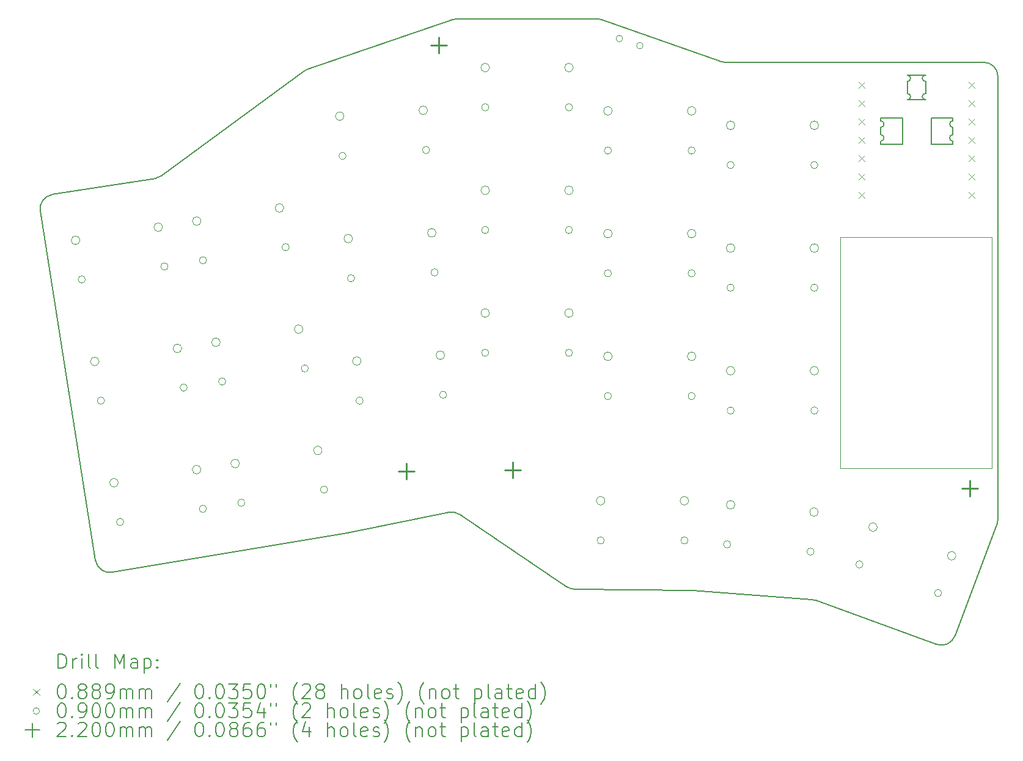
<source format=gbr>
%TF.GenerationSoftware,KiCad,Pcbnew,8.0.6*%
%TF.CreationDate,2025-08-04T00:21:40+02:00*%
%TF.ProjectId,reversible,72657665-7273-4696-926c-652e6b696361,v1.0.0*%
%TF.SameCoordinates,Original*%
%TF.FileFunction,Drillmap*%
%TF.FilePolarity,Positive*%
%FSLAX45Y45*%
G04 Gerber Fmt 4.5, Leading zero omitted, Abs format (unit mm)*
G04 Created by KiCad (PCBNEW 8.0.6) date 2025-08-04 00:21:40*
%MOMM*%
%LPD*%
G01*
G04 APERTURE LIST*
%ADD10C,0.050000*%
%ADD11C,0.150000*%
%ADD12C,0.100000*%
%ADD13C,0.200000*%
%ADD14C,0.220000*%
G04 APERTURE END LIST*
D10*
X19624000Y-6240000D02*
X21724000Y-6240000D01*
X21724000Y-9440000D01*
X19624000Y-9440000D01*
X19624000Y-6240000D01*
D11*
X21794496Y-10204945D02*
X21208312Y-11764206D01*
X17568699Y-11132756D02*
X15940906Y-11118290D01*
X21807288Y-10134485D02*
G75*
G02*
X21794496Y-10204945I-200038J-75D01*
G01*
X9533019Y-10885242D02*
G75*
G02*
X9302345Y-10719293I-33139J197232D01*
G01*
X21208312Y-11764206D02*
G75*
G02*
X20952700Y-11881767I-187212J70386D01*
G01*
X16246438Y-3217756D02*
G75*
G02*
X16313001Y-3229157I-8J-200054D01*
G01*
X17568699Y-11132756D02*
G75*
G02*
X17582624Y-11133365I-1769J-199754D01*
G01*
X21604778Y-3817756D02*
G75*
G02*
X21804774Y-4017674I2J-199994D01*
G01*
X18014955Y-3817756D02*
X21604778Y-3817756D01*
X19232156Y-11263277D02*
X17582624Y-11133366D01*
X15830789Y-11084069D02*
X14350049Y-10084569D01*
X14198669Y-10054276D02*
G75*
G02*
X14350049Y-10084570I39481J-196084D01*
G01*
X12784710Y-10338929D02*
X9533019Y-10885242D01*
X10223049Y-5389229D02*
G75*
G02*
X10135899Y-5425604I-118439J161179D01*
G01*
X12194233Y-3940620D02*
G75*
G02*
X12247984Y-3912530I118447J-161180D01*
G01*
X12791058Y-10337757D02*
G75*
G02*
X12784710Y-10338929I-39358J195407D01*
G01*
X9302344Y-10719293D02*
X8536110Y-5881481D01*
X21804778Y-4017674D02*
X21807288Y-10134485D01*
X10223049Y-5389229D02*
X12194233Y-3940620D01*
X14249247Y-3228505D02*
G75*
G02*
X14313932Y-3217756I64693J-189295D01*
G01*
X8702361Y-5652656D02*
X10135899Y-5425606D01*
X12247984Y-3912530D02*
X14249247Y-3228505D01*
X14198669Y-10054276D02*
X12791058Y-10337757D01*
X20952700Y-11881767D02*
X19284858Y-11274721D01*
X16313001Y-3229158D02*
X17948391Y-3806354D01*
X14313932Y-3217755D02*
X16246438Y-3217756D01*
X15940906Y-11118290D02*
G75*
G02*
X15830788Y-11084069I1784J200020D01*
G01*
X8536110Y-5881481D02*
G75*
G02*
X8702361Y-5652661I197540J31281D01*
G01*
X19232156Y-11263277D02*
G75*
G02*
X19284858Y-11274721I-15696J-199363D01*
G01*
X18014955Y-3817756D02*
G75*
G02*
X17948391Y-3806353I-5J199966D01*
G01*
D12*
X11296192Y-9377132D02*
G75*
G02*
X11176192Y-9377132I-60000J0D01*
G01*
X11176192Y-9377132D02*
G75*
G02*
X11296192Y-9377132I60000J0D01*
G01*
X11372231Y-9920361D02*
G75*
G02*
X11272231Y-9920361I-50000J0D01*
G01*
X11272231Y-9920361D02*
G75*
G02*
X11372231Y-9920361I50000J0D01*
G01*
X12441911Y-9195668D02*
G75*
G02*
X12321910Y-9195668I-60000J0D01*
G01*
X12321910Y-9195668D02*
G75*
G02*
X12441911Y-9195668I60000J0D01*
G01*
X12517950Y-9738897D02*
G75*
G02*
X12417950Y-9738897I-50000J0D01*
G01*
X12417950Y-9738897D02*
G75*
G02*
X12517950Y-9738897I50000J0D01*
G01*
X16460696Y-7892755D02*
G75*
G02*
X16340696Y-7892755I-60000J0D01*
G01*
X16340696Y-7892755D02*
G75*
G02*
X16460696Y-7892755I60000J0D01*
G01*
X16450696Y-8442756D02*
G75*
G02*
X16350697Y-8442756I-50000J0D01*
G01*
X16350697Y-8442756D02*
G75*
G02*
X16450696Y-8442756I50000J0D01*
G01*
X17620696Y-7892756D02*
G75*
G02*
X17500695Y-7892756I-60001J0D01*
G01*
X17500695Y-7892756D02*
G75*
G02*
X17620696Y-7892756I60001J0D01*
G01*
X17610696Y-8442756D02*
G75*
G02*
X17510696Y-8442756I-50000J0D01*
G01*
X17510696Y-8442756D02*
G75*
G02*
X17610696Y-8442756I50000J0D01*
G01*
X12745017Y-4566510D02*
G75*
G02*
X12625016Y-4566510I-60000J0D01*
G01*
X12625016Y-4566510D02*
G75*
G02*
X12745017Y-4566510I60000J0D01*
G01*
X12773383Y-5115170D02*
G75*
G02*
X12673383Y-5115170I-50000J0D01*
G01*
X12673383Y-5115170D02*
G75*
G02*
X12773383Y-5115170I50000J0D01*
G01*
X13902191Y-4485592D02*
G75*
G02*
X13782191Y-4485592I-60000J0D01*
G01*
X13782191Y-4485592D02*
G75*
G02*
X13902191Y-4485592I60000J0D01*
G01*
X13930557Y-5034253D02*
G75*
G02*
X13830557Y-5034253I-50000J0D01*
G01*
X13830557Y-5034253D02*
G75*
G02*
X13930557Y-5034253I50000J0D01*
G01*
X16360696Y-9892755D02*
G75*
G02*
X16240696Y-9892755I-60000J0D01*
G01*
X16240696Y-9892755D02*
G75*
G02*
X16360696Y-9892755I60000J0D01*
G01*
X16350696Y-10442756D02*
G75*
G02*
X16250697Y-10442756I-50000J0D01*
G01*
X16250697Y-10442756D02*
G75*
G02*
X16350696Y-10442756I50000J0D01*
G01*
X17520696Y-9892756D02*
G75*
G02*
X17400695Y-9892756I-60001J0D01*
G01*
X17400695Y-9892756D02*
G75*
G02*
X17520696Y-9892756I60001J0D01*
G01*
X17510696Y-10442756D02*
G75*
G02*
X17410696Y-10442756I-50000J0D01*
G01*
X17410696Y-10442756D02*
G75*
G02*
X17510696Y-10442756I50000J0D01*
G01*
X9351183Y-7964000D02*
G75*
G02*
X9231184Y-7964000I-60000J0D01*
G01*
X9231184Y-7964000D02*
G75*
G02*
X9351183Y-7964000I60000J0D01*
G01*
X9427223Y-8507229D02*
G75*
G02*
X9327223Y-8507229I-50000J0D01*
G01*
X9327223Y-8507229D02*
G75*
G02*
X9427223Y-8507229I50000J0D01*
G01*
X10496902Y-7782536D02*
G75*
G02*
X10376902Y-7782536I-60000J0D01*
G01*
X10376902Y-7782536D02*
G75*
G02*
X10496902Y-7782536I60000J0D01*
G01*
X10572942Y-8325765D02*
G75*
G02*
X10472941Y-8325765I-50000J0D01*
G01*
X10472941Y-8325765D02*
G75*
G02*
X10572942Y-8325765I50000J0D01*
G01*
X18160696Y-4692756D02*
G75*
G02*
X18040696Y-4692756I-60000J0D01*
G01*
X18040696Y-4692756D02*
G75*
G02*
X18160696Y-4692756I60000J0D01*
G01*
X18150696Y-5242756D02*
G75*
G02*
X18050697Y-5242756I-50000J0D01*
G01*
X18050697Y-5242756D02*
G75*
G02*
X18150696Y-5242756I50000J0D01*
G01*
X19320696Y-4692756D02*
G75*
G02*
X19200695Y-4692756I-60001J0D01*
G01*
X19200695Y-4692756D02*
G75*
G02*
X19320696Y-4692756I60001J0D01*
G01*
X19310696Y-5242756D02*
G75*
G02*
X19210696Y-5242756I-50000J0D01*
G01*
X19210696Y-5242756D02*
G75*
G02*
X19310696Y-5242756I50000J0D01*
G01*
X12863603Y-6262369D02*
G75*
G02*
X12743603Y-6262369I-60000J0D01*
G01*
X12743603Y-6262369D02*
G75*
G02*
X12863603Y-6262369I60000J0D01*
G01*
X12891969Y-6811029D02*
G75*
G02*
X12791969Y-6811029I-50000J0D01*
G01*
X12791969Y-6811029D02*
G75*
G02*
X12891969Y-6811029I50000J0D01*
G01*
X14020777Y-6181451D02*
G75*
G02*
X13900777Y-6181451I-60000J0D01*
G01*
X13900777Y-6181451D02*
G75*
G02*
X14020777Y-6181451I60000J0D01*
G01*
X14049143Y-6730112D02*
G75*
G02*
X13949143Y-6730112I-50000J0D01*
G01*
X13949143Y-6730112D02*
G75*
G02*
X14049143Y-6730112I50000J0D01*
G01*
X12982189Y-7958228D02*
G75*
G02*
X12862189Y-7958228I-60000J0D01*
G01*
X12862189Y-7958228D02*
G75*
G02*
X12982189Y-7958228I60000J0D01*
G01*
X13010555Y-8506889D02*
G75*
G02*
X12910555Y-8506889I-50000J0D01*
G01*
X12910555Y-8506889D02*
G75*
G02*
X13010555Y-8506889I50000J0D01*
G01*
X14139363Y-7877310D02*
G75*
G02*
X14019363Y-7877310I-60000J0D01*
G01*
X14019363Y-7877310D02*
G75*
G02*
X14139363Y-7877310I60000J0D01*
G01*
X14167729Y-8425971D02*
G75*
G02*
X14067729Y-8425971I-50000J0D01*
G01*
X14067729Y-8425971D02*
G75*
G02*
X14167729Y-8425971I50000J0D01*
G01*
X16460696Y-4492755D02*
G75*
G02*
X16340696Y-4492755I-60000J0D01*
G01*
X16340696Y-4492755D02*
G75*
G02*
X16460696Y-4492755I60000J0D01*
G01*
X16450696Y-5042756D02*
G75*
G02*
X16350697Y-5042756I-50000J0D01*
G01*
X16350697Y-5042756D02*
G75*
G02*
X16450696Y-5042756I50000J0D01*
G01*
X17620696Y-4492756D02*
G75*
G02*
X17500695Y-4492756I-60001J0D01*
G01*
X17500695Y-4492756D02*
G75*
G02*
X17620696Y-4492756I60001J0D01*
G01*
X17610696Y-5042756D02*
G75*
G02*
X17510696Y-5042756I-50000J0D01*
G01*
X17510696Y-5042756D02*
G75*
G02*
X17610696Y-5042756I50000J0D01*
G01*
X14760696Y-5592755D02*
G75*
G02*
X14640696Y-5592755I-60000J0D01*
G01*
X14640696Y-5592755D02*
G75*
G02*
X14760696Y-5592755I60000J0D01*
G01*
X14750696Y-6142755D02*
G75*
G02*
X14650697Y-6142755I-50000J0D01*
G01*
X14650697Y-6142755D02*
G75*
G02*
X14750696Y-6142755I50000J0D01*
G01*
X15920696Y-5592756D02*
G75*
G02*
X15800695Y-5592756I-60001J0D01*
G01*
X15800695Y-5592756D02*
G75*
G02*
X15920696Y-5592756I60001J0D01*
G01*
X15910696Y-6142756D02*
G75*
G02*
X15810696Y-6142756I-50000J0D01*
G01*
X15810696Y-6142756D02*
G75*
G02*
X15910696Y-6142756I50000J0D01*
G01*
X18160696Y-6392755D02*
G75*
G02*
X18040696Y-6392755I-60000J0D01*
G01*
X18040696Y-6392755D02*
G75*
G02*
X18160696Y-6392755I60000J0D01*
G01*
X18150696Y-6942756D02*
G75*
G02*
X18050697Y-6942756I-50000J0D01*
G01*
X18050697Y-6942756D02*
G75*
G02*
X18150696Y-6942756I50000J0D01*
G01*
X19320696Y-6392756D02*
G75*
G02*
X19200695Y-6392756I-60001J0D01*
G01*
X19200695Y-6392756D02*
G75*
G02*
X19320696Y-6392756I60001J0D01*
G01*
X19310696Y-6942756D02*
G75*
G02*
X19210696Y-6942756I-50000J0D01*
G01*
X19210696Y-6942756D02*
G75*
G02*
X19310696Y-6942756I50000J0D01*
G01*
X16460696Y-6192756D02*
G75*
G02*
X16340696Y-6192756I-60000J0D01*
G01*
X16340696Y-6192756D02*
G75*
G02*
X16460696Y-6192756I60000J0D01*
G01*
X16450696Y-6742756D02*
G75*
G02*
X16350697Y-6742756I-50000J0D01*
G01*
X16350697Y-6742756D02*
G75*
G02*
X16450696Y-6742756I50000J0D01*
G01*
X17620696Y-6192756D02*
G75*
G02*
X17500695Y-6192756I-60001J0D01*
G01*
X17500695Y-6192756D02*
G75*
G02*
X17620696Y-6192756I60001J0D01*
G01*
X17610696Y-6742756D02*
G75*
G02*
X17510696Y-6742756I-50000J0D01*
G01*
X17510696Y-6742756D02*
G75*
G02*
X17610696Y-6742756I50000J0D01*
G01*
X9085245Y-6284930D02*
G75*
G02*
X8965245Y-6284930I-60000J0D01*
G01*
X8965245Y-6284930D02*
G75*
G02*
X9085245Y-6284930I60000J0D01*
G01*
X9161284Y-6828159D02*
G75*
G02*
X9061284Y-6828159I-50000J0D01*
G01*
X9061284Y-6828159D02*
G75*
G02*
X9161284Y-6828159I50000J0D01*
G01*
X10230964Y-6103466D02*
G75*
G02*
X10110963Y-6103466I-60000J0D01*
G01*
X10110963Y-6103466D02*
G75*
G02*
X10230964Y-6103466I60000J0D01*
G01*
X10307003Y-6646695D02*
G75*
G02*
X10207003Y-6646695I-50000J0D01*
G01*
X10207003Y-6646695D02*
G75*
G02*
X10307003Y-6646695I50000J0D01*
G01*
X14760696Y-3892755D02*
G75*
G02*
X14640696Y-3892755I-60000J0D01*
G01*
X14640696Y-3892755D02*
G75*
G02*
X14760696Y-3892755I60000J0D01*
G01*
X14750696Y-4442756D02*
G75*
G02*
X14650697Y-4442756I-50000J0D01*
G01*
X14650697Y-4442756D02*
G75*
G02*
X14750696Y-4442756I50000J0D01*
G01*
X15920696Y-3892756D02*
G75*
G02*
X15800695Y-3892756I-60001J0D01*
G01*
X15800695Y-3892756D02*
G75*
G02*
X15920696Y-3892756I60001J0D01*
G01*
X15910696Y-4442756D02*
G75*
G02*
X15810696Y-4442756I-50000J0D01*
G01*
X15810696Y-4442756D02*
G75*
G02*
X15910696Y-4442756I50000J0D01*
G01*
X18160696Y-8092755D02*
G75*
G02*
X18040696Y-8092755I-60000J0D01*
G01*
X18040696Y-8092755D02*
G75*
G02*
X18160696Y-8092755I60000J0D01*
G01*
X18150696Y-8642756D02*
G75*
G02*
X18050697Y-8642756I-50000J0D01*
G01*
X18050697Y-8642756D02*
G75*
G02*
X18150696Y-8642756I50000J0D01*
G01*
X19320696Y-8092756D02*
G75*
G02*
X19200695Y-8092756I-60001J0D01*
G01*
X19200695Y-8092756D02*
G75*
G02*
X19320696Y-8092756I60001J0D01*
G01*
X19310696Y-8642756D02*
G75*
G02*
X19210696Y-8642756I-50000J0D01*
G01*
X19210696Y-8642756D02*
G75*
G02*
X19310696Y-8642756I50000J0D01*
G01*
X10764315Y-6018991D02*
G75*
G02*
X10644315Y-6018991I-60000J0D01*
G01*
X10644315Y-6018991D02*
G75*
G02*
X10764315Y-6018991I60000J0D01*
G01*
X10840354Y-6562220D02*
G75*
G02*
X10740354Y-6562220I-50000J0D01*
G01*
X10740354Y-6562220D02*
G75*
G02*
X10840354Y-6562220I50000J0D01*
G01*
X11910034Y-5837527D02*
G75*
G02*
X11790033Y-5837527I-60000J0D01*
G01*
X11790033Y-5837527D02*
G75*
G02*
X11910034Y-5837527I60000J0D01*
G01*
X11986073Y-6380756D02*
G75*
G02*
X11886073Y-6380756I-50000J0D01*
G01*
X11886073Y-6380756D02*
G75*
G02*
X11986073Y-6380756I50000J0D01*
G01*
X19934819Y-10774771D02*
G75*
G02*
X19834821Y-10774771I-49999J0D01*
G01*
X19834821Y-10774771D02*
G75*
G02*
X19934819Y-10774771I49999J0D01*
G01*
X20132931Y-10257940D02*
G75*
G02*
X20012931Y-10257940I-60000J0D01*
G01*
X20012931Y-10257940D02*
G75*
G02*
X20132931Y-10257940I60000J0D01*
G01*
X21024863Y-11171514D02*
G75*
G02*
X20924863Y-11171514I-50000J0D01*
G01*
X20924863Y-11171514D02*
G75*
G02*
X21024863Y-11171514I50000J0D01*
G01*
X21222974Y-10654683D02*
G75*
G02*
X21102974Y-10654683I-60000J0D01*
G01*
X21102974Y-10654683D02*
G75*
G02*
X21222974Y-10654683I60000J0D01*
G01*
X14760696Y-7292756D02*
G75*
G02*
X14640696Y-7292756I-60000J0D01*
G01*
X14640696Y-7292756D02*
G75*
G02*
X14760696Y-7292756I60000J0D01*
G01*
X14750696Y-7842756D02*
G75*
G02*
X14650697Y-7842756I-50000J0D01*
G01*
X14650697Y-7842756D02*
G75*
G02*
X14750696Y-7842756I50000J0D01*
G01*
X15920696Y-7292756D02*
G75*
G02*
X15800695Y-7292756I-60001J0D01*
G01*
X15800695Y-7292756D02*
G75*
G02*
X15920696Y-7292756I60001J0D01*
G01*
X15910696Y-7842756D02*
G75*
G02*
X15810696Y-7842756I-50000J0D01*
G01*
X15810696Y-7842756D02*
G75*
G02*
X15910696Y-7842756I50000J0D01*
G01*
D11*
X20180696Y-4821406D02*
X20180696Y-4720906D01*
X20180696Y-4630906D02*
X20180696Y-4587756D01*
X20180696Y-4957756D02*
X20180696Y-4911406D01*
X20180696Y-4587756D02*
X20480696Y-4587756D01*
X20480696Y-4957756D02*
X20180696Y-4957756D01*
X20480696Y-4587756D02*
X20480696Y-4957756D01*
X20548196Y-4249906D02*
X20548196Y-4085906D01*
X20548196Y-3995906D02*
X20802196Y-3995906D01*
X20802196Y-4339906D02*
X20548196Y-4339906D01*
X20802196Y-4085906D02*
X20802196Y-4249906D01*
X20880696Y-4957756D02*
X21180696Y-4957756D01*
X20880696Y-4587756D02*
X20880696Y-4957756D01*
X21180696Y-4821406D02*
X21180696Y-4720906D01*
X21180696Y-4587756D02*
X20880696Y-4587756D01*
X21180696Y-4630906D02*
X21180696Y-4587756D01*
X21180696Y-4957756D02*
X21180696Y-4911407D01*
X20180696Y-4821406D02*
G75*
G02*
X20180696Y-4911406I0J-45000D01*
G01*
X20180696Y-4630906D02*
G75*
G02*
X20180696Y-4720906I0J-45000D01*
G01*
X20548196Y-4249906D02*
G75*
G02*
X20548196Y-4339906I0J-45000D01*
G01*
X20548196Y-3995906D02*
G75*
G02*
X20548196Y-4085906I0J-45000D01*
G01*
X20802196Y-4339906D02*
G75*
G02*
X20802196Y-4249906I1J45000D01*
G01*
X20802196Y-4085906D02*
G75*
G02*
X20802196Y-3995906I0J45000D01*
G01*
X21180696Y-4911407D02*
G75*
G02*
X21180696Y-4821406I0J45001D01*
G01*
X21180696Y-4720906D02*
G75*
G02*
X21180696Y-4630906I0J45000D01*
G01*
D12*
X9617122Y-9643070D02*
G75*
G02*
X9497122Y-9643070I-60000J0D01*
G01*
X9497122Y-9643070D02*
G75*
G02*
X9617122Y-9643070I60000J0D01*
G01*
X9693161Y-10186299D02*
G75*
G02*
X9593161Y-10186299I-50000J0D01*
G01*
X9593161Y-10186299D02*
G75*
G02*
X9693161Y-10186299I50000J0D01*
G01*
X10762841Y-9461607D02*
G75*
G02*
X10642841Y-9461607I-60000J0D01*
G01*
X10642841Y-9461607D02*
G75*
G02*
X10762841Y-9461607I60000J0D01*
G01*
X10838880Y-10004836D02*
G75*
G02*
X10738880Y-10004836I-50000J0D01*
G01*
X10738880Y-10004836D02*
G75*
G02*
X10838880Y-10004836I50000J0D01*
G01*
X11030254Y-7698061D02*
G75*
G02*
X10910254Y-7698061I-60000J0D01*
G01*
X10910254Y-7698061D02*
G75*
G02*
X11030254Y-7698061I60000J0D01*
G01*
X11106293Y-8241290D02*
G75*
G02*
X11006293Y-8241290I-50000J0D01*
G01*
X11006293Y-8241290D02*
G75*
G02*
X11106293Y-8241290I50000J0D01*
G01*
X12175973Y-7516598D02*
G75*
G02*
X12055972Y-7516598I-60000J0D01*
G01*
X12055972Y-7516598D02*
G75*
G02*
X12175973Y-7516598I60000J0D01*
G01*
X12252012Y-8059827D02*
G75*
G02*
X12152012Y-8059827I-50000J0D01*
G01*
X12152012Y-8059827D02*
G75*
G02*
X12252012Y-8059827I50000J0D01*
G01*
X18102904Y-10496992D02*
G75*
G02*
X18002904Y-10496992I-50000J0D01*
G01*
X18002904Y-10496992D02*
G75*
G02*
X18102904Y-10496992I50000J0D01*
G01*
X18160839Y-9949085D02*
G75*
G02*
X18040840Y-9949085I-60000J0D01*
G01*
X18040840Y-9949085D02*
G75*
G02*
X18160839Y-9949085I60000J0D01*
G01*
X19258490Y-10598092D02*
G75*
G02*
X19158490Y-10598092I-50000J0D01*
G01*
X19158490Y-10598092D02*
G75*
G02*
X19258490Y-10598092I50000J0D01*
G01*
X19316426Y-10050185D02*
G75*
G02*
X19196426Y-10050185I-60000J0D01*
G01*
X19196426Y-10050185D02*
G75*
G02*
X19316426Y-10050185I60000J0D01*
G01*
D13*
D12*
X19874245Y-5107306D02*
X19963145Y-5196206D01*
X19963145Y-5107306D02*
X19874245Y-5196206D01*
X19874245Y-5107306D02*
X19963145Y-5196206D01*
X19963145Y-5107306D02*
X19874245Y-5196206D01*
X19874246Y-4599306D02*
X19963146Y-4688206D01*
X19963146Y-4599306D02*
X19874246Y-4688206D01*
X19874246Y-4599306D02*
X19963146Y-4688206D01*
X19963146Y-4599306D02*
X19874246Y-4688206D01*
X19874246Y-4853306D02*
X19963146Y-4942206D01*
X19963146Y-4853306D02*
X19874246Y-4942206D01*
X19874246Y-4853306D02*
X19963146Y-4942206D01*
X19963146Y-4853306D02*
X19874246Y-4942206D01*
X19874246Y-4345306D02*
X19963146Y-4434206D01*
X19963146Y-4345306D02*
X19874246Y-4434206D01*
X19874246Y-4345306D02*
X19963146Y-4434206D01*
X19963146Y-4345306D02*
X19874246Y-4434206D01*
X19874246Y-5361306D02*
X19963146Y-5450206D01*
X19963146Y-5361306D02*
X19874246Y-5450206D01*
X19874246Y-5361306D02*
X19963146Y-5450206D01*
X19963146Y-5361306D02*
X19874246Y-5450206D01*
X19874246Y-5615306D02*
X19963146Y-5704206D01*
X19963146Y-5615306D02*
X19874246Y-5704206D01*
X19874246Y-5615306D02*
X19963146Y-5704206D01*
X19963146Y-5615306D02*
X19874246Y-5704206D01*
X19874246Y-4091306D02*
X19963146Y-4180206D01*
X19963146Y-4091306D02*
X19874246Y-4180206D01*
X19874246Y-4091306D02*
X19963146Y-4180206D01*
X19963146Y-4091306D02*
X19874246Y-4180206D01*
X21398245Y-5615306D02*
X21487145Y-5704206D01*
X21487145Y-5615306D02*
X21398245Y-5704206D01*
X21398245Y-5615306D02*
X21487145Y-5704206D01*
X21487145Y-5615306D02*
X21398245Y-5704206D01*
X21398246Y-4091306D02*
X21487146Y-4180206D01*
X21487146Y-4091306D02*
X21398246Y-4180206D01*
X21398246Y-4091306D02*
X21487146Y-4180206D01*
X21487146Y-4091306D02*
X21398246Y-4180206D01*
X21398246Y-4345306D02*
X21487146Y-4434206D01*
X21487146Y-4345306D02*
X21398246Y-4434206D01*
X21398246Y-4345306D02*
X21487146Y-4434206D01*
X21487146Y-4345306D02*
X21398246Y-4434206D01*
X21398246Y-5361306D02*
X21487146Y-5450206D01*
X21487146Y-5361306D02*
X21398246Y-5450206D01*
X21398246Y-5361306D02*
X21487146Y-5450206D01*
X21487146Y-5361306D02*
X21398246Y-5450206D01*
X21398246Y-4853306D02*
X21487146Y-4942206D01*
X21487146Y-4853306D02*
X21398246Y-4942206D01*
X21398246Y-4853306D02*
X21487146Y-4942206D01*
X21487146Y-4853306D02*
X21398246Y-4942206D01*
X21398246Y-5107306D02*
X21487146Y-5196206D01*
X21487146Y-5107306D02*
X21398246Y-5196206D01*
X21398246Y-5107306D02*
X21487146Y-5196206D01*
X21487146Y-5107306D02*
X21398246Y-5196206D01*
X21398246Y-4599306D02*
X21487146Y-4688206D01*
X21487146Y-4599306D02*
X21398246Y-4688206D01*
X21398246Y-4599306D02*
X21487146Y-4688206D01*
X21487146Y-4599306D02*
X21398246Y-4688206D01*
X16604682Y-3491057D02*
G75*
G02*
X16514682Y-3491057I-45000J0D01*
G01*
X16514682Y-3491057D02*
G75*
G02*
X16604682Y-3491057I45000J0D01*
G01*
X16888339Y-3588727D02*
G75*
G02*
X16798339Y-3588727I-45000J0D01*
G01*
X16798339Y-3588727D02*
G75*
G02*
X16888339Y-3588727I45000J0D01*
G01*
D14*
X13610084Y-9370952D02*
X13610084Y-9590952D01*
X13500084Y-9480952D02*
X13720084Y-9480952D01*
X14059844Y-3474214D02*
X14059844Y-3694214D01*
X13949844Y-3584214D02*
X14169844Y-3584214D01*
X15080696Y-9357756D02*
X15080696Y-9577756D01*
X14970696Y-9467756D02*
X15190696Y-9467756D01*
X21416138Y-9615216D02*
X21416138Y-9835216D01*
X21306138Y-9725216D02*
X21526138Y-9725216D01*
D13*
X8786926Y-12212810D02*
X8786926Y-12012810D01*
X8786926Y-12012810D02*
X8834545Y-12012810D01*
X8834545Y-12012810D02*
X8863116Y-12022334D01*
X8863116Y-12022334D02*
X8882164Y-12041381D01*
X8882164Y-12041381D02*
X8891687Y-12060429D01*
X8891687Y-12060429D02*
X8901211Y-12098524D01*
X8901211Y-12098524D02*
X8901211Y-12127096D01*
X8901211Y-12127096D02*
X8891687Y-12165191D01*
X8891687Y-12165191D02*
X8882164Y-12184239D01*
X8882164Y-12184239D02*
X8863116Y-12203286D01*
X8863116Y-12203286D02*
X8834545Y-12212810D01*
X8834545Y-12212810D02*
X8786926Y-12212810D01*
X8986926Y-12212810D02*
X8986926Y-12079477D01*
X8986926Y-12117572D02*
X8996449Y-12098524D01*
X8996449Y-12098524D02*
X9005973Y-12089000D01*
X9005973Y-12089000D02*
X9025021Y-12079477D01*
X9025021Y-12079477D02*
X9044068Y-12079477D01*
X9110735Y-12212810D02*
X9110735Y-12079477D01*
X9110735Y-12012810D02*
X9101211Y-12022334D01*
X9101211Y-12022334D02*
X9110735Y-12031858D01*
X9110735Y-12031858D02*
X9120259Y-12022334D01*
X9120259Y-12022334D02*
X9110735Y-12012810D01*
X9110735Y-12012810D02*
X9110735Y-12031858D01*
X9234545Y-12212810D02*
X9215497Y-12203286D01*
X9215497Y-12203286D02*
X9205973Y-12184239D01*
X9205973Y-12184239D02*
X9205973Y-12012810D01*
X9339306Y-12212810D02*
X9320259Y-12203286D01*
X9320259Y-12203286D02*
X9310735Y-12184239D01*
X9310735Y-12184239D02*
X9310735Y-12012810D01*
X9567878Y-12212810D02*
X9567878Y-12012810D01*
X9567878Y-12012810D02*
X9634545Y-12155667D01*
X9634545Y-12155667D02*
X9701211Y-12012810D01*
X9701211Y-12012810D02*
X9701211Y-12212810D01*
X9882164Y-12212810D02*
X9882164Y-12108048D01*
X9882164Y-12108048D02*
X9872640Y-12089000D01*
X9872640Y-12089000D02*
X9853592Y-12079477D01*
X9853592Y-12079477D02*
X9815497Y-12079477D01*
X9815497Y-12079477D02*
X9796449Y-12089000D01*
X9882164Y-12203286D02*
X9863116Y-12212810D01*
X9863116Y-12212810D02*
X9815497Y-12212810D01*
X9815497Y-12212810D02*
X9796449Y-12203286D01*
X9796449Y-12203286D02*
X9786926Y-12184239D01*
X9786926Y-12184239D02*
X9786926Y-12165191D01*
X9786926Y-12165191D02*
X9796449Y-12146143D01*
X9796449Y-12146143D02*
X9815497Y-12136620D01*
X9815497Y-12136620D02*
X9863116Y-12136620D01*
X9863116Y-12136620D02*
X9882164Y-12127096D01*
X9977402Y-12079477D02*
X9977402Y-12279477D01*
X9977402Y-12089000D02*
X9996449Y-12079477D01*
X9996449Y-12079477D02*
X10034545Y-12079477D01*
X10034545Y-12079477D02*
X10053592Y-12089000D01*
X10053592Y-12089000D02*
X10063116Y-12098524D01*
X10063116Y-12098524D02*
X10072640Y-12117572D01*
X10072640Y-12117572D02*
X10072640Y-12174715D01*
X10072640Y-12174715D02*
X10063116Y-12193762D01*
X10063116Y-12193762D02*
X10053592Y-12203286D01*
X10053592Y-12203286D02*
X10034545Y-12212810D01*
X10034545Y-12212810D02*
X9996449Y-12212810D01*
X9996449Y-12212810D02*
X9977402Y-12203286D01*
X10158354Y-12193762D02*
X10167878Y-12203286D01*
X10167878Y-12203286D02*
X10158354Y-12212810D01*
X10158354Y-12212810D02*
X10148830Y-12203286D01*
X10148830Y-12203286D02*
X10158354Y-12193762D01*
X10158354Y-12193762D02*
X10158354Y-12212810D01*
X10158354Y-12089000D02*
X10167878Y-12098524D01*
X10167878Y-12098524D02*
X10158354Y-12108048D01*
X10158354Y-12108048D02*
X10148830Y-12098524D01*
X10148830Y-12098524D02*
X10158354Y-12089000D01*
X10158354Y-12089000D02*
X10158354Y-12108048D01*
D12*
X8437249Y-12496876D02*
X8526149Y-12585776D01*
X8526149Y-12496876D02*
X8437249Y-12585776D01*
D13*
X8825021Y-12432810D02*
X8844068Y-12432810D01*
X8844068Y-12432810D02*
X8863116Y-12442334D01*
X8863116Y-12442334D02*
X8872640Y-12451858D01*
X8872640Y-12451858D02*
X8882164Y-12470905D01*
X8882164Y-12470905D02*
X8891687Y-12509000D01*
X8891687Y-12509000D02*
X8891687Y-12556620D01*
X8891687Y-12556620D02*
X8882164Y-12594715D01*
X8882164Y-12594715D02*
X8872640Y-12613762D01*
X8872640Y-12613762D02*
X8863116Y-12623286D01*
X8863116Y-12623286D02*
X8844068Y-12632810D01*
X8844068Y-12632810D02*
X8825021Y-12632810D01*
X8825021Y-12632810D02*
X8805973Y-12623286D01*
X8805973Y-12623286D02*
X8796449Y-12613762D01*
X8796449Y-12613762D02*
X8786926Y-12594715D01*
X8786926Y-12594715D02*
X8777402Y-12556620D01*
X8777402Y-12556620D02*
X8777402Y-12509000D01*
X8777402Y-12509000D02*
X8786926Y-12470905D01*
X8786926Y-12470905D02*
X8796449Y-12451858D01*
X8796449Y-12451858D02*
X8805973Y-12442334D01*
X8805973Y-12442334D02*
X8825021Y-12432810D01*
X8977402Y-12613762D02*
X8986926Y-12623286D01*
X8986926Y-12623286D02*
X8977402Y-12632810D01*
X8977402Y-12632810D02*
X8967878Y-12623286D01*
X8967878Y-12623286D02*
X8977402Y-12613762D01*
X8977402Y-12613762D02*
X8977402Y-12632810D01*
X9101211Y-12518524D02*
X9082164Y-12509000D01*
X9082164Y-12509000D02*
X9072640Y-12499477D01*
X9072640Y-12499477D02*
X9063116Y-12480429D01*
X9063116Y-12480429D02*
X9063116Y-12470905D01*
X9063116Y-12470905D02*
X9072640Y-12451858D01*
X9072640Y-12451858D02*
X9082164Y-12442334D01*
X9082164Y-12442334D02*
X9101211Y-12432810D01*
X9101211Y-12432810D02*
X9139307Y-12432810D01*
X9139307Y-12432810D02*
X9158354Y-12442334D01*
X9158354Y-12442334D02*
X9167878Y-12451858D01*
X9167878Y-12451858D02*
X9177402Y-12470905D01*
X9177402Y-12470905D02*
X9177402Y-12480429D01*
X9177402Y-12480429D02*
X9167878Y-12499477D01*
X9167878Y-12499477D02*
X9158354Y-12509000D01*
X9158354Y-12509000D02*
X9139307Y-12518524D01*
X9139307Y-12518524D02*
X9101211Y-12518524D01*
X9101211Y-12518524D02*
X9082164Y-12528048D01*
X9082164Y-12528048D02*
X9072640Y-12537572D01*
X9072640Y-12537572D02*
X9063116Y-12556620D01*
X9063116Y-12556620D02*
X9063116Y-12594715D01*
X9063116Y-12594715D02*
X9072640Y-12613762D01*
X9072640Y-12613762D02*
X9082164Y-12623286D01*
X9082164Y-12623286D02*
X9101211Y-12632810D01*
X9101211Y-12632810D02*
X9139307Y-12632810D01*
X9139307Y-12632810D02*
X9158354Y-12623286D01*
X9158354Y-12623286D02*
X9167878Y-12613762D01*
X9167878Y-12613762D02*
X9177402Y-12594715D01*
X9177402Y-12594715D02*
X9177402Y-12556620D01*
X9177402Y-12556620D02*
X9167878Y-12537572D01*
X9167878Y-12537572D02*
X9158354Y-12528048D01*
X9158354Y-12528048D02*
X9139307Y-12518524D01*
X9291687Y-12518524D02*
X9272640Y-12509000D01*
X9272640Y-12509000D02*
X9263116Y-12499477D01*
X9263116Y-12499477D02*
X9253592Y-12480429D01*
X9253592Y-12480429D02*
X9253592Y-12470905D01*
X9253592Y-12470905D02*
X9263116Y-12451858D01*
X9263116Y-12451858D02*
X9272640Y-12442334D01*
X9272640Y-12442334D02*
X9291687Y-12432810D01*
X9291687Y-12432810D02*
X9329783Y-12432810D01*
X9329783Y-12432810D02*
X9348830Y-12442334D01*
X9348830Y-12442334D02*
X9358354Y-12451858D01*
X9358354Y-12451858D02*
X9367878Y-12470905D01*
X9367878Y-12470905D02*
X9367878Y-12480429D01*
X9367878Y-12480429D02*
X9358354Y-12499477D01*
X9358354Y-12499477D02*
X9348830Y-12509000D01*
X9348830Y-12509000D02*
X9329783Y-12518524D01*
X9329783Y-12518524D02*
X9291687Y-12518524D01*
X9291687Y-12518524D02*
X9272640Y-12528048D01*
X9272640Y-12528048D02*
X9263116Y-12537572D01*
X9263116Y-12537572D02*
X9253592Y-12556620D01*
X9253592Y-12556620D02*
X9253592Y-12594715D01*
X9253592Y-12594715D02*
X9263116Y-12613762D01*
X9263116Y-12613762D02*
X9272640Y-12623286D01*
X9272640Y-12623286D02*
X9291687Y-12632810D01*
X9291687Y-12632810D02*
X9329783Y-12632810D01*
X9329783Y-12632810D02*
X9348830Y-12623286D01*
X9348830Y-12623286D02*
X9358354Y-12613762D01*
X9358354Y-12613762D02*
X9367878Y-12594715D01*
X9367878Y-12594715D02*
X9367878Y-12556620D01*
X9367878Y-12556620D02*
X9358354Y-12537572D01*
X9358354Y-12537572D02*
X9348830Y-12528048D01*
X9348830Y-12528048D02*
X9329783Y-12518524D01*
X9463116Y-12632810D02*
X9501211Y-12632810D01*
X9501211Y-12632810D02*
X9520259Y-12623286D01*
X9520259Y-12623286D02*
X9529783Y-12613762D01*
X9529783Y-12613762D02*
X9548830Y-12585191D01*
X9548830Y-12585191D02*
X9558354Y-12547096D01*
X9558354Y-12547096D02*
X9558354Y-12470905D01*
X9558354Y-12470905D02*
X9548830Y-12451858D01*
X9548830Y-12451858D02*
X9539307Y-12442334D01*
X9539307Y-12442334D02*
X9520259Y-12432810D01*
X9520259Y-12432810D02*
X9482164Y-12432810D01*
X9482164Y-12432810D02*
X9463116Y-12442334D01*
X9463116Y-12442334D02*
X9453592Y-12451858D01*
X9453592Y-12451858D02*
X9444068Y-12470905D01*
X9444068Y-12470905D02*
X9444068Y-12518524D01*
X9444068Y-12518524D02*
X9453592Y-12537572D01*
X9453592Y-12537572D02*
X9463116Y-12547096D01*
X9463116Y-12547096D02*
X9482164Y-12556620D01*
X9482164Y-12556620D02*
X9520259Y-12556620D01*
X9520259Y-12556620D02*
X9539307Y-12547096D01*
X9539307Y-12547096D02*
X9548830Y-12537572D01*
X9548830Y-12537572D02*
X9558354Y-12518524D01*
X9644068Y-12632810D02*
X9644068Y-12499477D01*
X9644068Y-12518524D02*
X9653592Y-12509000D01*
X9653592Y-12509000D02*
X9672640Y-12499477D01*
X9672640Y-12499477D02*
X9701211Y-12499477D01*
X9701211Y-12499477D02*
X9720259Y-12509000D01*
X9720259Y-12509000D02*
X9729783Y-12528048D01*
X9729783Y-12528048D02*
X9729783Y-12632810D01*
X9729783Y-12528048D02*
X9739307Y-12509000D01*
X9739307Y-12509000D02*
X9758354Y-12499477D01*
X9758354Y-12499477D02*
X9786926Y-12499477D01*
X9786926Y-12499477D02*
X9805973Y-12509000D01*
X9805973Y-12509000D02*
X9815497Y-12528048D01*
X9815497Y-12528048D02*
X9815497Y-12632810D01*
X9910735Y-12632810D02*
X9910735Y-12499477D01*
X9910735Y-12518524D02*
X9920259Y-12509000D01*
X9920259Y-12509000D02*
X9939307Y-12499477D01*
X9939307Y-12499477D02*
X9967878Y-12499477D01*
X9967878Y-12499477D02*
X9986926Y-12509000D01*
X9986926Y-12509000D02*
X9996449Y-12528048D01*
X9996449Y-12528048D02*
X9996449Y-12632810D01*
X9996449Y-12528048D02*
X10005973Y-12509000D01*
X10005973Y-12509000D02*
X10025021Y-12499477D01*
X10025021Y-12499477D02*
X10053592Y-12499477D01*
X10053592Y-12499477D02*
X10072640Y-12509000D01*
X10072640Y-12509000D02*
X10082164Y-12528048D01*
X10082164Y-12528048D02*
X10082164Y-12632810D01*
X10472640Y-12423286D02*
X10301211Y-12680429D01*
X10729783Y-12432810D02*
X10748831Y-12432810D01*
X10748831Y-12432810D02*
X10767878Y-12442334D01*
X10767878Y-12442334D02*
X10777402Y-12451858D01*
X10777402Y-12451858D02*
X10786926Y-12470905D01*
X10786926Y-12470905D02*
X10796450Y-12509000D01*
X10796450Y-12509000D02*
X10796450Y-12556620D01*
X10796450Y-12556620D02*
X10786926Y-12594715D01*
X10786926Y-12594715D02*
X10777402Y-12613762D01*
X10777402Y-12613762D02*
X10767878Y-12623286D01*
X10767878Y-12623286D02*
X10748831Y-12632810D01*
X10748831Y-12632810D02*
X10729783Y-12632810D01*
X10729783Y-12632810D02*
X10710735Y-12623286D01*
X10710735Y-12623286D02*
X10701211Y-12613762D01*
X10701211Y-12613762D02*
X10691688Y-12594715D01*
X10691688Y-12594715D02*
X10682164Y-12556620D01*
X10682164Y-12556620D02*
X10682164Y-12509000D01*
X10682164Y-12509000D02*
X10691688Y-12470905D01*
X10691688Y-12470905D02*
X10701211Y-12451858D01*
X10701211Y-12451858D02*
X10710735Y-12442334D01*
X10710735Y-12442334D02*
X10729783Y-12432810D01*
X10882164Y-12613762D02*
X10891688Y-12623286D01*
X10891688Y-12623286D02*
X10882164Y-12632810D01*
X10882164Y-12632810D02*
X10872640Y-12623286D01*
X10872640Y-12623286D02*
X10882164Y-12613762D01*
X10882164Y-12613762D02*
X10882164Y-12632810D01*
X11015497Y-12432810D02*
X11034545Y-12432810D01*
X11034545Y-12432810D02*
X11053592Y-12442334D01*
X11053592Y-12442334D02*
X11063116Y-12451858D01*
X11063116Y-12451858D02*
X11072640Y-12470905D01*
X11072640Y-12470905D02*
X11082164Y-12509000D01*
X11082164Y-12509000D02*
X11082164Y-12556620D01*
X11082164Y-12556620D02*
X11072640Y-12594715D01*
X11072640Y-12594715D02*
X11063116Y-12613762D01*
X11063116Y-12613762D02*
X11053592Y-12623286D01*
X11053592Y-12623286D02*
X11034545Y-12632810D01*
X11034545Y-12632810D02*
X11015497Y-12632810D01*
X11015497Y-12632810D02*
X10996450Y-12623286D01*
X10996450Y-12623286D02*
X10986926Y-12613762D01*
X10986926Y-12613762D02*
X10977402Y-12594715D01*
X10977402Y-12594715D02*
X10967878Y-12556620D01*
X10967878Y-12556620D02*
X10967878Y-12509000D01*
X10967878Y-12509000D02*
X10977402Y-12470905D01*
X10977402Y-12470905D02*
X10986926Y-12451858D01*
X10986926Y-12451858D02*
X10996450Y-12442334D01*
X10996450Y-12442334D02*
X11015497Y-12432810D01*
X11148831Y-12432810D02*
X11272640Y-12432810D01*
X11272640Y-12432810D02*
X11205973Y-12509000D01*
X11205973Y-12509000D02*
X11234545Y-12509000D01*
X11234545Y-12509000D02*
X11253592Y-12518524D01*
X11253592Y-12518524D02*
X11263116Y-12528048D01*
X11263116Y-12528048D02*
X11272640Y-12547096D01*
X11272640Y-12547096D02*
X11272640Y-12594715D01*
X11272640Y-12594715D02*
X11263116Y-12613762D01*
X11263116Y-12613762D02*
X11253592Y-12623286D01*
X11253592Y-12623286D02*
X11234545Y-12632810D01*
X11234545Y-12632810D02*
X11177402Y-12632810D01*
X11177402Y-12632810D02*
X11158354Y-12623286D01*
X11158354Y-12623286D02*
X11148831Y-12613762D01*
X11453592Y-12432810D02*
X11358354Y-12432810D01*
X11358354Y-12432810D02*
X11348830Y-12528048D01*
X11348830Y-12528048D02*
X11358354Y-12518524D01*
X11358354Y-12518524D02*
X11377402Y-12509000D01*
X11377402Y-12509000D02*
X11425021Y-12509000D01*
X11425021Y-12509000D02*
X11444069Y-12518524D01*
X11444069Y-12518524D02*
X11453592Y-12528048D01*
X11453592Y-12528048D02*
X11463116Y-12547096D01*
X11463116Y-12547096D02*
X11463116Y-12594715D01*
X11463116Y-12594715D02*
X11453592Y-12613762D01*
X11453592Y-12613762D02*
X11444069Y-12623286D01*
X11444069Y-12623286D02*
X11425021Y-12632810D01*
X11425021Y-12632810D02*
X11377402Y-12632810D01*
X11377402Y-12632810D02*
X11358354Y-12623286D01*
X11358354Y-12623286D02*
X11348830Y-12613762D01*
X11586926Y-12432810D02*
X11605973Y-12432810D01*
X11605973Y-12432810D02*
X11625021Y-12442334D01*
X11625021Y-12442334D02*
X11634545Y-12451858D01*
X11634545Y-12451858D02*
X11644069Y-12470905D01*
X11644069Y-12470905D02*
X11653592Y-12509000D01*
X11653592Y-12509000D02*
X11653592Y-12556620D01*
X11653592Y-12556620D02*
X11644069Y-12594715D01*
X11644069Y-12594715D02*
X11634545Y-12613762D01*
X11634545Y-12613762D02*
X11625021Y-12623286D01*
X11625021Y-12623286D02*
X11605973Y-12632810D01*
X11605973Y-12632810D02*
X11586926Y-12632810D01*
X11586926Y-12632810D02*
X11567878Y-12623286D01*
X11567878Y-12623286D02*
X11558354Y-12613762D01*
X11558354Y-12613762D02*
X11548830Y-12594715D01*
X11548830Y-12594715D02*
X11539307Y-12556620D01*
X11539307Y-12556620D02*
X11539307Y-12509000D01*
X11539307Y-12509000D02*
X11548830Y-12470905D01*
X11548830Y-12470905D02*
X11558354Y-12451858D01*
X11558354Y-12451858D02*
X11567878Y-12442334D01*
X11567878Y-12442334D02*
X11586926Y-12432810D01*
X11729783Y-12432810D02*
X11729783Y-12470905D01*
X11805973Y-12432810D02*
X11805973Y-12470905D01*
X12101212Y-12709000D02*
X12091688Y-12699477D01*
X12091688Y-12699477D02*
X12072640Y-12670905D01*
X12072640Y-12670905D02*
X12063116Y-12651858D01*
X12063116Y-12651858D02*
X12053592Y-12623286D01*
X12053592Y-12623286D02*
X12044069Y-12575667D01*
X12044069Y-12575667D02*
X12044069Y-12537572D01*
X12044069Y-12537572D02*
X12053592Y-12489953D01*
X12053592Y-12489953D02*
X12063116Y-12461381D01*
X12063116Y-12461381D02*
X12072640Y-12442334D01*
X12072640Y-12442334D02*
X12091688Y-12413762D01*
X12091688Y-12413762D02*
X12101212Y-12404239D01*
X12167878Y-12451858D02*
X12177402Y-12442334D01*
X12177402Y-12442334D02*
X12196450Y-12432810D01*
X12196450Y-12432810D02*
X12244069Y-12432810D01*
X12244069Y-12432810D02*
X12263116Y-12442334D01*
X12263116Y-12442334D02*
X12272640Y-12451858D01*
X12272640Y-12451858D02*
X12282164Y-12470905D01*
X12282164Y-12470905D02*
X12282164Y-12489953D01*
X12282164Y-12489953D02*
X12272640Y-12518524D01*
X12272640Y-12518524D02*
X12158354Y-12632810D01*
X12158354Y-12632810D02*
X12282164Y-12632810D01*
X12396450Y-12518524D02*
X12377402Y-12509000D01*
X12377402Y-12509000D02*
X12367878Y-12499477D01*
X12367878Y-12499477D02*
X12358354Y-12480429D01*
X12358354Y-12480429D02*
X12358354Y-12470905D01*
X12358354Y-12470905D02*
X12367878Y-12451858D01*
X12367878Y-12451858D02*
X12377402Y-12442334D01*
X12377402Y-12442334D02*
X12396450Y-12432810D01*
X12396450Y-12432810D02*
X12434545Y-12432810D01*
X12434545Y-12432810D02*
X12453592Y-12442334D01*
X12453592Y-12442334D02*
X12463116Y-12451858D01*
X12463116Y-12451858D02*
X12472640Y-12470905D01*
X12472640Y-12470905D02*
X12472640Y-12480429D01*
X12472640Y-12480429D02*
X12463116Y-12499477D01*
X12463116Y-12499477D02*
X12453592Y-12509000D01*
X12453592Y-12509000D02*
X12434545Y-12518524D01*
X12434545Y-12518524D02*
X12396450Y-12518524D01*
X12396450Y-12518524D02*
X12377402Y-12528048D01*
X12377402Y-12528048D02*
X12367878Y-12537572D01*
X12367878Y-12537572D02*
X12358354Y-12556620D01*
X12358354Y-12556620D02*
X12358354Y-12594715D01*
X12358354Y-12594715D02*
X12367878Y-12613762D01*
X12367878Y-12613762D02*
X12377402Y-12623286D01*
X12377402Y-12623286D02*
X12396450Y-12632810D01*
X12396450Y-12632810D02*
X12434545Y-12632810D01*
X12434545Y-12632810D02*
X12453592Y-12623286D01*
X12453592Y-12623286D02*
X12463116Y-12613762D01*
X12463116Y-12613762D02*
X12472640Y-12594715D01*
X12472640Y-12594715D02*
X12472640Y-12556620D01*
X12472640Y-12556620D02*
X12463116Y-12537572D01*
X12463116Y-12537572D02*
X12453592Y-12528048D01*
X12453592Y-12528048D02*
X12434545Y-12518524D01*
X12710735Y-12632810D02*
X12710735Y-12432810D01*
X12796450Y-12632810D02*
X12796450Y-12528048D01*
X12796450Y-12528048D02*
X12786926Y-12509000D01*
X12786926Y-12509000D02*
X12767878Y-12499477D01*
X12767878Y-12499477D02*
X12739307Y-12499477D01*
X12739307Y-12499477D02*
X12720259Y-12509000D01*
X12720259Y-12509000D02*
X12710735Y-12518524D01*
X12920259Y-12632810D02*
X12901212Y-12623286D01*
X12901212Y-12623286D02*
X12891688Y-12613762D01*
X12891688Y-12613762D02*
X12882164Y-12594715D01*
X12882164Y-12594715D02*
X12882164Y-12537572D01*
X12882164Y-12537572D02*
X12891688Y-12518524D01*
X12891688Y-12518524D02*
X12901212Y-12509000D01*
X12901212Y-12509000D02*
X12920259Y-12499477D01*
X12920259Y-12499477D02*
X12948831Y-12499477D01*
X12948831Y-12499477D02*
X12967878Y-12509000D01*
X12967878Y-12509000D02*
X12977402Y-12518524D01*
X12977402Y-12518524D02*
X12986926Y-12537572D01*
X12986926Y-12537572D02*
X12986926Y-12594715D01*
X12986926Y-12594715D02*
X12977402Y-12613762D01*
X12977402Y-12613762D02*
X12967878Y-12623286D01*
X12967878Y-12623286D02*
X12948831Y-12632810D01*
X12948831Y-12632810D02*
X12920259Y-12632810D01*
X13101212Y-12632810D02*
X13082164Y-12623286D01*
X13082164Y-12623286D02*
X13072640Y-12604239D01*
X13072640Y-12604239D02*
X13072640Y-12432810D01*
X13253593Y-12623286D02*
X13234545Y-12632810D01*
X13234545Y-12632810D02*
X13196450Y-12632810D01*
X13196450Y-12632810D02*
X13177402Y-12623286D01*
X13177402Y-12623286D02*
X13167878Y-12604239D01*
X13167878Y-12604239D02*
X13167878Y-12528048D01*
X13167878Y-12528048D02*
X13177402Y-12509000D01*
X13177402Y-12509000D02*
X13196450Y-12499477D01*
X13196450Y-12499477D02*
X13234545Y-12499477D01*
X13234545Y-12499477D02*
X13253593Y-12509000D01*
X13253593Y-12509000D02*
X13263116Y-12528048D01*
X13263116Y-12528048D02*
X13263116Y-12547096D01*
X13263116Y-12547096D02*
X13167878Y-12566143D01*
X13339307Y-12623286D02*
X13358354Y-12632810D01*
X13358354Y-12632810D02*
X13396450Y-12632810D01*
X13396450Y-12632810D02*
X13415497Y-12623286D01*
X13415497Y-12623286D02*
X13425021Y-12604239D01*
X13425021Y-12604239D02*
X13425021Y-12594715D01*
X13425021Y-12594715D02*
X13415497Y-12575667D01*
X13415497Y-12575667D02*
X13396450Y-12566143D01*
X13396450Y-12566143D02*
X13367878Y-12566143D01*
X13367878Y-12566143D02*
X13348831Y-12556620D01*
X13348831Y-12556620D02*
X13339307Y-12537572D01*
X13339307Y-12537572D02*
X13339307Y-12528048D01*
X13339307Y-12528048D02*
X13348831Y-12509000D01*
X13348831Y-12509000D02*
X13367878Y-12499477D01*
X13367878Y-12499477D02*
X13396450Y-12499477D01*
X13396450Y-12499477D02*
X13415497Y-12509000D01*
X13491688Y-12709000D02*
X13501212Y-12699477D01*
X13501212Y-12699477D02*
X13520259Y-12670905D01*
X13520259Y-12670905D02*
X13529783Y-12651858D01*
X13529783Y-12651858D02*
X13539307Y-12623286D01*
X13539307Y-12623286D02*
X13548831Y-12575667D01*
X13548831Y-12575667D02*
X13548831Y-12537572D01*
X13548831Y-12537572D02*
X13539307Y-12489953D01*
X13539307Y-12489953D02*
X13529783Y-12461381D01*
X13529783Y-12461381D02*
X13520259Y-12442334D01*
X13520259Y-12442334D02*
X13501212Y-12413762D01*
X13501212Y-12413762D02*
X13491688Y-12404239D01*
X13853593Y-12709000D02*
X13844069Y-12699477D01*
X13844069Y-12699477D02*
X13825021Y-12670905D01*
X13825021Y-12670905D02*
X13815497Y-12651858D01*
X13815497Y-12651858D02*
X13805974Y-12623286D01*
X13805974Y-12623286D02*
X13796450Y-12575667D01*
X13796450Y-12575667D02*
X13796450Y-12537572D01*
X13796450Y-12537572D02*
X13805974Y-12489953D01*
X13805974Y-12489953D02*
X13815497Y-12461381D01*
X13815497Y-12461381D02*
X13825021Y-12442334D01*
X13825021Y-12442334D02*
X13844069Y-12413762D01*
X13844069Y-12413762D02*
X13853593Y-12404239D01*
X13929783Y-12499477D02*
X13929783Y-12632810D01*
X13929783Y-12518524D02*
X13939307Y-12509000D01*
X13939307Y-12509000D02*
X13958354Y-12499477D01*
X13958354Y-12499477D02*
X13986926Y-12499477D01*
X13986926Y-12499477D02*
X14005974Y-12509000D01*
X14005974Y-12509000D02*
X14015497Y-12528048D01*
X14015497Y-12528048D02*
X14015497Y-12632810D01*
X14139307Y-12632810D02*
X14120259Y-12623286D01*
X14120259Y-12623286D02*
X14110735Y-12613762D01*
X14110735Y-12613762D02*
X14101212Y-12594715D01*
X14101212Y-12594715D02*
X14101212Y-12537572D01*
X14101212Y-12537572D02*
X14110735Y-12518524D01*
X14110735Y-12518524D02*
X14120259Y-12509000D01*
X14120259Y-12509000D02*
X14139307Y-12499477D01*
X14139307Y-12499477D02*
X14167878Y-12499477D01*
X14167878Y-12499477D02*
X14186926Y-12509000D01*
X14186926Y-12509000D02*
X14196450Y-12518524D01*
X14196450Y-12518524D02*
X14205974Y-12537572D01*
X14205974Y-12537572D02*
X14205974Y-12594715D01*
X14205974Y-12594715D02*
X14196450Y-12613762D01*
X14196450Y-12613762D02*
X14186926Y-12623286D01*
X14186926Y-12623286D02*
X14167878Y-12632810D01*
X14167878Y-12632810D02*
X14139307Y-12632810D01*
X14263116Y-12499477D02*
X14339307Y-12499477D01*
X14291688Y-12432810D02*
X14291688Y-12604239D01*
X14291688Y-12604239D02*
X14301212Y-12623286D01*
X14301212Y-12623286D02*
X14320259Y-12632810D01*
X14320259Y-12632810D02*
X14339307Y-12632810D01*
X14558355Y-12499477D02*
X14558355Y-12699477D01*
X14558355Y-12509000D02*
X14577402Y-12499477D01*
X14577402Y-12499477D02*
X14615497Y-12499477D01*
X14615497Y-12499477D02*
X14634545Y-12509000D01*
X14634545Y-12509000D02*
X14644069Y-12518524D01*
X14644069Y-12518524D02*
X14653593Y-12537572D01*
X14653593Y-12537572D02*
X14653593Y-12594715D01*
X14653593Y-12594715D02*
X14644069Y-12613762D01*
X14644069Y-12613762D02*
X14634545Y-12623286D01*
X14634545Y-12623286D02*
X14615497Y-12632810D01*
X14615497Y-12632810D02*
X14577402Y-12632810D01*
X14577402Y-12632810D02*
X14558355Y-12623286D01*
X14767878Y-12632810D02*
X14748831Y-12623286D01*
X14748831Y-12623286D02*
X14739307Y-12604239D01*
X14739307Y-12604239D02*
X14739307Y-12432810D01*
X14929783Y-12632810D02*
X14929783Y-12528048D01*
X14929783Y-12528048D02*
X14920259Y-12509000D01*
X14920259Y-12509000D02*
X14901212Y-12499477D01*
X14901212Y-12499477D02*
X14863116Y-12499477D01*
X14863116Y-12499477D02*
X14844069Y-12509000D01*
X14929783Y-12623286D02*
X14910736Y-12632810D01*
X14910736Y-12632810D02*
X14863116Y-12632810D01*
X14863116Y-12632810D02*
X14844069Y-12623286D01*
X14844069Y-12623286D02*
X14834545Y-12604239D01*
X14834545Y-12604239D02*
X14834545Y-12585191D01*
X14834545Y-12585191D02*
X14844069Y-12566143D01*
X14844069Y-12566143D02*
X14863116Y-12556620D01*
X14863116Y-12556620D02*
X14910736Y-12556620D01*
X14910736Y-12556620D02*
X14929783Y-12547096D01*
X14996450Y-12499477D02*
X15072640Y-12499477D01*
X15025021Y-12432810D02*
X15025021Y-12604239D01*
X15025021Y-12604239D02*
X15034545Y-12623286D01*
X15034545Y-12623286D02*
X15053593Y-12632810D01*
X15053593Y-12632810D02*
X15072640Y-12632810D01*
X15215497Y-12623286D02*
X15196450Y-12632810D01*
X15196450Y-12632810D02*
X15158355Y-12632810D01*
X15158355Y-12632810D02*
X15139307Y-12623286D01*
X15139307Y-12623286D02*
X15129783Y-12604239D01*
X15129783Y-12604239D02*
X15129783Y-12528048D01*
X15129783Y-12528048D02*
X15139307Y-12509000D01*
X15139307Y-12509000D02*
X15158355Y-12499477D01*
X15158355Y-12499477D02*
X15196450Y-12499477D01*
X15196450Y-12499477D02*
X15215497Y-12509000D01*
X15215497Y-12509000D02*
X15225021Y-12528048D01*
X15225021Y-12528048D02*
X15225021Y-12547096D01*
X15225021Y-12547096D02*
X15129783Y-12566143D01*
X15396450Y-12632810D02*
X15396450Y-12432810D01*
X15396450Y-12623286D02*
X15377402Y-12632810D01*
X15377402Y-12632810D02*
X15339307Y-12632810D01*
X15339307Y-12632810D02*
X15320259Y-12623286D01*
X15320259Y-12623286D02*
X15310736Y-12613762D01*
X15310736Y-12613762D02*
X15301212Y-12594715D01*
X15301212Y-12594715D02*
X15301212Y-12537572D01*
X15301212Y-12537572D02*
X15310736Y-12518524D01*
X15310736Y-12518524D02*
X15320259Y-12509000D01*
X15320259Y-12509000D02*
X15339307Y-12499477D01*
X15339307Y-12499477D02*
X15377402Y-12499477D01*
X15377402Y-12499477D02*
X15396450Y-12509000D01*
X15472640Y-12709000D02*
X15482164Y-12699477D01*
X15482164Y-12699477D02*
X15501212Y-12670905D01*
X15501212Y-12670905D02*
X15510736Y-12651858D01*
X15510736Y-12651858D02*
X15520259Y-12623286D01*
X15520259Y-12623286D02*
X15529783Y-12575667D01*
X15529783Y-12575667D02*
X15529783Y-12537572D01*
X15529783Y-12537572D02*
X15520259Y-12489953D01*
X15520259Y-12489953D02*
X15510736Y-12461381D01*
X15510736Y-12461381D02*
X15501212Y-12442334D01*
X15501212Y-12442334D02*
X15482164Y-12413762D01*
X15482164Y-12413762D02*
X15472640Y-12404239D01*
D12*
X8526149Y-12805326D02*
G75*
G02*
X8436149Y-12805326I-45000J0D01*
G01*
X8436149Y-12805326D02*
G75*
G02*
X8526149Y-12805326I45000J0D01*
G01*
D13*
X8825021Y-12696810D02*
X8844068Y-12696810D01*
X8844068Y-12696810D02*
X8863116Y-12706334D01*
X8863116Y-12706334D02*
X8872640Y-12715858D01*
X8872640Y-12715858D02*
X8882164Y-12734905D01*
X8882164Y-12734905D02*
X8891687Y-12773000D01*
X8891687Y-12773000D02*
X8891687Y-12820620D01*
X8891687Y-12820620D02*
X8882164Y-12858715D01*
X8882164Y-12858715D02*
X8872640Y-12877762D01*
X8872640Y-12877762D02*
X8863116Y-12887286D01*
X8863116Y-12887286D02*
X8844068Y-12896810D01*
X8844068Y-12896810D02*
X8825021Y-12896810D01*
X8825021Y-12896810D02*
X8805973Y-12887286D01*
X8805973Y-12887286D02*
X8796449Y-12877762D01*
X8796449Y-12877762D02*
X8786926Y-12858715D01*
X8786926Y-12858715D02*
X8777402Y-12820620D01*
X8777402Y-12820620D02*
X8777402Y-12773000D01*
X8777402Y-12773000D02*
X8786926Y-12734905D01*
X8786926Y-12734905D02*
X8796449Y-12715858D01*
X8796449Y-12715858D02*
X8805973Y-12706334D01*
X8805973Y-12706334D02*
X8825021Y-12696810D01*
X8977402Y-12877762D02*
X8986926Y-12887286D01*
X8986926Y-12887286D02*
X8977402Y-12896810D01*
X8977402Y-12896810D02*
X8967878Y-12887286D01*
X8967878Y-12887286D02*
X8977402Y-12877762D01*
X8977402Y-12877762D02*
X8977402Y-12896810D01*
X9082164Y-12896810D02*
X9120259Y-12896810D01*
X9120259Y-12896810D02*
X9139307Y-12887286D01*
X9139307Y-12887286D02*
X9148830Y-12877762D01*
X9148830Y-12877762D02*
X9167878Y-12849191D01*
X9167878Y-12849191D02*
X9177402Y-12811096D01*
X9177402Y-12811096D02*
X9177402Y-12734905D01*
X9177402Y-12734905D02*
X9167878Y-12715858D01*
X9167878Y-12715858D02*
X9158354Y-12706334D01*
X9158354Y-12706334D02*
X9139307Y-12696810D01*
X9139307Y-12696810D02*
X9101211Y-12696810D01*
X9101211Y-12696810D02*
X9082164Y-12706334D01*
X9082164Y-12706334D02*
X9072640Y-12715858D01*
X9072640Y-12715858D02*
X9063116Y-12734905D01*
X9063116Y-12734905D02*
X9063116Y-12782524D01*
X9063116Y-12782524D02*
X9072640Y-12801572D01*
X9072640Y-12801572D02*
X9082164Y-12811096D01*
X9082164Y-12811096D02*
X9101211Y-12820620D01*
X9101211Y-12820620D02*
X9139307Y-12820620D01*
X9139307Y-12820620D02*
X9158354Y-12811096D01*
X9158354Y-12811096D02*
X9167878Y-12801572D01*
X9167878Y-12801572D02*
X9177402Y-12782524D01*
X9301211Y-12696810D02*
X9320259Y-12696810D01*
X9320259Y-12696810D02*
X9339307Y-12706334D01*
X9339307Y-12706334D02*
X9348830Y-12715858D01*
X9348830Y-12715858D02*
X9358354Y-12734905D01*
X9358354Y-12734905D02*
X9367878Y-12773000D01*
X9367878Y-12773000D02*
X9367878Y-12820620D01*
X9367878Y-12820620D02*
X9358354Y-12858715D01*
X9358354Y-12858715D02*
X9348830Y-12877762D01*
X9348830Y-12877762D02*
X9339307Y-12887286D01*
X9339307Y-12887286D02*
X9320259Y-12896810D01*
X9320259Y-12896810D02*
X9301211Y-12896810D01*
X9301211Y-12896810D02*
X9282164Y-12887286D01*
X9282164Y-12887286D02*
X9272640Y-12877762D01*
X9272640Y-12877762D02*
X9263116Y-12858715D01*
X9263116Y-12858715D02*
X9253592Y-12820620D01*
X9253592Y-12820620D02*
X9253592Y-12773000D01*
X9253592Y-12773000D02*
X9263116Y-12734905D01*
X9263116Y-12734905D02*
X9272640Y-12715858D01*
X9272640Y-12715858D02*
X9282164Y-12706334D01*
X9282164Y-12706334D02*
X9301211Y-12696810D01*
X9491687Y-12696810D02*
X9510735Y-12696810D01*
X9510735Y-12696810D02*
X9529783Y-12706334D01*
X9529783Y-12706334D02*
X9539307Y-12715858D01*
X9539307Y-12715858D02*
X9548830Y-12734905D01*
X9548830Y-12734905D02*
X9558354Y-12773000D01*
X9558354Y-12773000D02*
X9558354Y-12820620D01*
X9558354Y-12820620D02*
X9548830Y-12858715D01*
X9548830Y-12858715D02*
X9539307Y-12877762D01*
X9539307Y-12877762D02*
X9529783Y-12887286D01*
X9529783Y-12887286D02*
X9510735Y-12896810D01*
X9510735Y-12896810D02*
X9491687Y-12896810D01*
X9491687Y-12896810D02*
X9472640Y-12887286D01*
X9472640Y-12887286D02*
X9463116Y-12877762D01*
X9463116Y-12877762D02*
X9453592Y-12858715D01*
X9453592Y-12858715D02*
X9444068Y-12820620D01*
X9444068Y-12820620D02*
X9444068Y-12773000D01*
X9444068Y-12773000D02*
X9453592Y-12734905D01*
X9453592Y-12734905D02*
X9463116Y-12715858D01*
X9463116Y-12715858D02*
X9472640Y-12706334D01*
X9472640Y-12706334D02*
X9491687Y-12696810D01*
X9644068Y-12896810D02*
X9644068Y-12763477D01*
X9644068Y-12782524D02*
X9653592Y-12773000D01*
X9653592Y-12773000D02*
X9672640Y-12763477D01*
X9672640Y-12763477D02*
X9701211Y-12763477D01*
X9701211Y-12763477D02*
X9720259Y-12773000D01*
X9720259Y-12773000D02*
X9729783Y-12792048D01*
X9729783Y-12792048D02*
X9729783Y-12896810D01*
X9729783Y-12792048D02*
X9739307Y-12773000D01*
X9739307Y-12773000D02*
X9758354Y-12763477D01*
X9758354Y-12763477D02*
X9786926Y-12763477D01*
X9786926Y-12763477D02*
X9805973Y-12773000D01*
X9805973Y-12773000D02*
X9815497Y-12792048D01*
X9815497Y-12792048D02*
X9815497Y-12896810D01*
X9910735Y-12896810D02*
X9910735Y-12763477D01*
X9910735Y-12782524D02*
X9920259Y-12773000D01*
X9920259Y-12773000D02*
X9939307Y-12763477D01*
X9939307Y-12763477D02*
X9967878Y-12763477D01*
X9967878Y-12763477D02*
X9986926Y-12773000D01*
X9986926Y-12773000D02*
X9996449Y-12792048D01*
X9996449Y-12792048D02*
X9996449Y-12896810D01*
X9996449Y-12792048D02*
X10005973Y-12773000D01*
X10005973Y-12773000D02*
X10025021Y-12763477D01*
X10025021Y-12763477D02*
X10053592Y-12763477D01*
X10053592Y-12763477D02*
X10072640Y-12773000D01*
X10072640Y-12773000D02*
X10082164Y-12792048D01*
X10082164Y-12792048D02*
X10082164Y-12896810D01*
X10472640Y-12687286D02*
X10301211Y-12944429D01*
X10729783Y-12696810D02*
X10748831Y-12696810D01*
X10748831Y-12696810D02*
X10767878Y-12706334D01*
X10767878Y-12706334D02*
X10777402Y-12715858D01*
X10777402Y-12715858D02*
X10786926Y-12734905D01*
X10786926Y-12734905D02*
X10796450Y-12773000D01*
X10796450Y-12773000D02*
X10796450Y-12820620D01*
X10796450Y-12820620D02*
X10786926Y-12858715D01*
X10786926Y-12858715D02*
X10777402Y-12877762D01*
X10777402Y-12877762D02*
X10767878Y-12887286D01*
X10767878Y-12887286D02*
X10748831Y-12896810D01*
X10748831Y-12896810D02*
X10729783Y-12896810D01*
X10729783Y-12896810D02*
X10710735Y-12887286D01*
X10710735Y-12887286D02*
X10701211Y-12877762D01*
X10701211Y-12877762D02*
X10691688Y-12858715D01*
X10691688Y-12858715D02*
X10682164Y-12820620D01*
X10682164Y-12820620D02*
X10682164Y-12773000D01*
X10682164Y-12773000D02*
X10691688Y-12734905D01*
X10691688Y-12734905D02*
X10701211Y-12715858D01*
X10701211Y-12715858D02*
X10710735Y-12706334D01*
X10710735Y-12706334D02*
X10729783Y-12696810D01*
X10882164Y-12877762D02*
X10891688Y-12887286D01*
X10891688Y-12887286D02*
X10882164Y-12896810D01*
X10882164Y-12896810D02*
X10872640Y-12887286D01*
X10872640Y-12887286D02*
X10882164Y-12877762D01*
X10882164Y-12877762D02*
X10882164Y-12896810D01*
X11015497Y-12696810D02*
X11034545Y-12696810D01*
X11034545Y-12696810D02*
X11053592Y-12706334D01*
X11053592Y-12706334D02*
X11063116Y-12715858D01*
X11063116Y-12715858D02*
X11072640Y-12734905D01*
X11072640Y-12734905D02*
X11082164Y-12773000D01*
X11082164Y-12773000D02*
X11082164Y-12820620D01*
X11082164Y-12820620D02*
X11072640Y-12858715D01*
X11072640Y-12858715D02*
X11063116Y-12877762D01*
X11063116Y-12877762D02*
X11053592Y-12887286D01*
X11053592Y-12887286D02*
X11034545Y-12896810D01*
X11034545Y-12896810D02*
X11015497Y-12896810D01*
X11015497Y-12896810D02*
X10996450Y-12887286D01*
X10996450Y-12887286D02*
X10986926Y-12877762D01*
X10986926Y-12877762D02*
X10977402Y-12858715D01*
X10977402Y-12858715D02*
X10967878Y-12820620D01*
X10967878Y-12820620D02*
X10967878Y-12773000D01*
X10967878Y-12773000D02*
X10977402Y-12734905D01*
X10977402Y-12734905D02*
X10986926Y-12715858D01*
X10986926Y-12715858D02*
X10996450Y-12706334D01*
X10996450Y-12706334D02*
X11015497Y-12696810D01*
X11148831Y-12696810D02*
X11272640Y-12696810D01*
X11272640Y-12696810D02*
X11205973Y-12773000D01*
X11205973Y-12773000D02*
X11234545Y-12773000D01*
X11234545Y-12773000D02*
X11253592Y-12782524D01*
X11253592Y-12782524D02*
X11263116Y-12792048D01*
X11263116Y-12792048D02*
X11272640Y-12811096D01*
X11272640Y-12811096D02*
X11272640Y-12858715D01*
X11272640Y-12858715D02*
X11263116Y-12877762D01*
X11263116Y-12877762D02*
X11253592Y-12887286D01*
X11253592Y-12887286D02*
X11234545Y-12896810D01*
X11234545Y-12896810D02*
X11177402Y-12896810D01*
X11177402Y-12896810D02*
X11158354Y-12887286D01*
X11158354Y-12887286D02*
X11148831Y-12877762D01*
X11453592Y-12696810D02*
X11358354Y-12696810D01*
X11358354Y-12696810D02*
X11348830Y-12792048D01*
X11348830Y-12792048D02*
X11358354Y-12782524D01*
X11358354Y-12782524D02*
X11377402Y-12773000D01*
X11377402Y-12773000D02*
X11425021Y-12773000D01*
X11425021Y-12773000D02*
X11444069Y-12782524D01*
X11444069Y-12782524D02*
X11453592Y-12792048D01*
X11453592Y-12792048D02*
X11463116Y-12811096D01*
X11463116Y-12811096D02*
X11463116Y-12858715D01*
X11463116Y-12858715D02*
X11453592Y-12877762D01*
X11453592Y-12877762D02*
X11444069Y-12887286D01*
X11444069Y-12887286D02*
X11425021Y-12896810D01*
X11425021Y-12896810D02*
X11377402Y-12896810D01*
X11377402Y-12896810D02*
X11358354Y-12887286D01*
X11358354Y-12887286D02*
X11348830Y-12877762D01*
X11634545Y-12763477D02*
X11634545Y-12896810D01*
X11586926Y-12687286D02*
X11539307Y-12830143D01*
X11539307Y-12830143D02*
X11663116Y-12830143D01*
X11729783Y-12696810D02*
X11729783Y-12734905D01*
X11805973Y-12696810D02*
X11805973Y-12734905D01*
X12101212Y-12973000D02*
X12091688Y-12963477D01*
X12091688Y-12963477D02*
X12072640Y-12934905D01*
X12072640Y-12934905D02*
X12063116Y-12915858D01*
X12063116Y-12915858D02*
X12053592Y-12887286D01*
X12053592Y-12887286D02*
X12044069Y-12839667D01*
X12044069Y-12839667D02*
X12044069Y-12801572D01*
X12044069Y-12801572D02*
X12053592Y-12753953D01*
X12053592Y-12753953D02*
X12063116Y-12725381D01*
X12063116Y-12725381D02*
X12072640Y-12706334D01*
X12072640Y-12706334D02*
X12091688Y-12677762D01*
X12091688Y-12677762D02*
X12101212Y-12668239D01*
X12167878Y-12715858D02*
X12177402Y-12706334D01*
X12177402Y-12706334D02*
X12196450Y-12696810D01*
X12196450Y-12696810D02*
X12244069Y-12696810D01*
X12244069Y-12696810D02*
X12263116Y-12706334D01*
X12263116Y-12706334D02*
X12272640Y-12715858D01*
X12272640Y-12715858D02*
X12282164Y-12734905D01*
X12282164Y-12734905D02*
X12282164Y-12753953D01*
X12282164Y-12753953D02*
X12272640Y-12782524D01*
X12272640Y-12782524D02*
X12158354Y-12896810D01*
X12158354Y-12896810D02*
X12282164Y-12896810D01*
X12520259Y-12896810D02*
X12520259Y-12696810D01*
X12605973Y-12896810D02*
X12605973Y-12792048D01*
X12605973Y-12792048D02*
X12596450Y-12773000D01*
X12596450Y-12773000D02*
X12577402Y-12763477D01*
X12577402Y-12763477D02*
X12548831Y-12763477D01*
X12548831Y-12763477D02*
X12529783Y-12773000D01*
X12529783Y-12773000D02*
X12520259Y-12782524D01*
X12729783Y-12896810D02*
X12710735Y-12887286D01*
X12710735Y-12887286D02*
X12701212Y-12877762D01*
X12701212Y-12877762D02*
X12691688Y-12858715D01*
X12691688Y-12858715D02*
X12691688Y-12801572D01*
X12691688Y-12801572D02*
X12701212Y-12782524D01*
X12701212Y-12782524D02*
X12710735Y-12773000D01*
X12710735Y-12773000D02*
X12729783Y-12763477D01*
X12729783Y-12763477D02*
X12758354Y-12763477D01*
X12758354Y-12763477D02*
X12777402Y-12773000D01*
X12777402Y-12773000D02*
X12786926Y-12782524D01*
X12786926Y-12782524D02*
X12796450Y-12801572D01*
X12796450Y-12801572D02*
X12796450Y-12858715D01*
X12796450Y-12858715D02*
X12786926Y-12877762D01*
X12786926Y-12877762D02*
X12777402Y-12887286D01*
X12777402Y-12887286D02*
X12758354Y-12896810D01*
X12758354Y-12896810D02*
X12729783Y-12896810D01*
X12910735Y-12896810D02*
X12891688Y-12887286D01*
X12891688Y-12887286D02*
X12882164Y-12868239D01*
X12882164Y-12868239D02*
X12882164Y-12696810D01*
X13063116Y-12887286D02*
X13044069Y-12896810D01*
X13044069Y-12896810D02*
X13005973Y-12896810D01*
X13005973Y-12896810D02*
X12986926Y-12887286D01*
X12986926Y-12887286D02*
X12977402Y-12868239D01*
X12977402Y-12868239D02*
X12977402Y-12792048D01*
X12977402Y-12792048D02*
X12986926Y-12773000D01*
X12986926Y-12773000D02*
X13005973Y-12763477D01*
X13005973Y-12763477D02*
X13044069Y-12763477D01*
X13044069Y-12763477D02*
X13063116Y-12773000D01*
X13063116Y-12773000D02*
X13072640Y-12792048D01*
X13072640Y-12792048D02*
X13072640Y-12811096D01*
X13072640Y-12811096D02*
X12977402Y-12830143D01*
X13148831Y-12887286D02*
X13167878Y-12896810D01*
X13167878Y-12896810D02*
X13205973Y-12896810D01*
X13205973Y-12896810D02*
X13225021Y-12887286D01*
X13225021Y-12887286D02*
X13234545Y-12868239D01*
X13234545Y-12868239D02*
X13234545Y-12858715D01*
X13234545Y-12858715D02*
X13225021Y-12839667D01*
X13225021Y-12839667D02*
X13205973Y-12830143D01*
X13205973Y-12830143D02*
X13177402Y-12830143D01*
X13177402Y-12830143D02*
X13158354Y-12820620D01*
X13158354Y-12820620D02*
X13148831Y-12801572D01*
X13148831Y-12801572D02*
X13148831Y-12792048D01*
X13148831Y-12792048D02*
X13158354Y-12773000D01*
X13158354Y-12773000D02*
X13177402Y-12763477D01*
X13177402Y-12763477D02*
X13205973Y-12763477D01*
X13205973Y-12763477D02*
X13225021Y-12773000D01*
X13301212Y-12973000D02*
X13310735Y-12963477D01*
X13310735Y-12963477D02*
X13329783Y-12934905D01*
X13329783Y-12934905D02*
X13339307Y-12915858D01*
X13339307Y-12915858D02*
X13348831Y-12887286D01*
X13348831Y-12887286D02*
X13358354Y-12839667D01*
X13358354Y-12839667D02*
X13358354Y-12801572D01*
X13358354Y-12801572D02*
X13348831Y-12753953D01*
X13348831Y-12753953D02*
X13339307Y-12725381D01*
X13339307Y-12725381D02*
X13329783Y-12706334D01*
X13329783Y-12706334D02*
X13310735Y-12677762D01*
X13310735Y-12677762D02*
X13301212Y-12668239D01*
X13663116Y-12973000D02*
X13653593Y-12963477D01*
X13653593Y-12963477D02*
X13634545Y-12934905D01*
X13634545Y-12934905D02*
X13625021Y-12915858D01*
X13625021Y-12915858D02*
X13615497Y-12887286D01*
X13615497Y-12887286D02*
X13605974Y-12839667D01*
X13605974Y-12839667D02*
X13605974Y-12801572D01*
X13605974Y-12801572D02*
X13615497Y-12753953D01*
X13615497Y-12753953D02*
X13625021Y-12725381D01*
X13625021Y-12725381D02*
X13634545Y-12706334D01*
X13634545Y-12706334D02*
X13653593Y-12677762D01*
X13653593Y-12677762D02*
X13663116Y-12668239D01*
X13739307Y-12763477D02*
X13739307Y-12896810D01*
X13739307Y-12782524D02*
X13748831Y-12773000D01*
X13748831Y-12773000D02*
X13767878Y-12763477D01*
X13767878Y-12763477D02*
X13796450Y-12763477D01*
X13796450Y-12763477D02*
X13815497Y-12773000D01*
X13815497Y-12773000D02*
X13825021Y-12792048D01*
X13825021Y-12792048D02*
X13825021Y-12896810D01*
X13948831Y-12896810D02*
X13929783Y-12887286D01*
X13929783Y-12887286D02*
X13920259Y-12877762D01*
X13920259Y-12877762D02*
X13910735Y-12858715D01*
X13910735Y-12858715D02*
X13910735Y-12801572D01*
X13910735Y-12801572D02*
X13920259Y-12782524D01*
X13920259Y-12782524D02*
X13929783Y-12773000D01*
X13929783Y-12773000D02*
X13948831Y-12763477D01*
X13948831Y-12763477D02*
X13977402Y-12763477D01*
X13977402Y-12763477D02*
X13996450Y-12773000D01*
X13996450Y-12773000D02*
X14005974Y-12782524D01*
X14005974Y-12782524D02*
X14015497Y-12801572D01*
X14015497Y-12801572D02*
X14015497Y-12858715D01*
X14015497Y-12858715D02*
X14005974Y-12877762D01*
X14005974Y-12877762D02*
X13996450Y-12887286D01*
X13996450Y-12887286D02*
X13977402Y-12896810D01*
X13977402Y-12896810D02*
X13948831Y-12896810D01*
X14072640Y-12763477D02*
X14148831Y-12763477D01*
X14101212Y-12696810D02*
X14101212Y-12868239D01*
X14101212Y-12868239D02*
X14110735Y-12887286D01*
X14110735Y-12887286D02*
X14129783Y-12896810D01*
X14129783Y-12896810D02*
X14148831Y-12896810D01*
X14367878Y-12763477D02*
X14367878Y-12963477D01*
X14367878Y-12773000D02*
X14386926Y-12763477D01*
X14386926Y-12763477D02*
X14425021Y-12763477D01*
X14425021Y-12763477D02*
X14444069Y-12773000D01*
X14444069Y-12773000D02*
X14453593Y-12782524D01*
X14453593Y-12782524D02*
X14463116Y-12801572D01*
X14463116Y-12801572D02*
X14463116Y-12858715D01*
X14463116Y-12858715D02*
X14453593Y-12877762D01*
X14453593Y-12877762D02*
X14444069Y-12887286D01*
X14444069Y-12887286D02*
X14425021Y-12896810D01*
X14425021Y-12896810D02*
X14386926Y-12896810D01*
X14386926Y-12896810D02*
X14367878Y-12887286D01*
X14577402Y-12896810D02*
X14558355Y-12887286D01*
X14558355Y-12887286D02*
X14548831Y-12868239D01*
X14548831Y-12868239D02*
X14548831Y-12696810D01*
X14739307Y-12896810D02*
X14739307Y-12792048D01*
X14739307Y-12792048D02*
X14729783Y-12773000D01*
X14729783Y-12773000D02*
X14710736Y-12763477D01*
X14710736Y-12763477D02*
X14672640Y-12763477D01*
X14672640Y-12763477D02*
X14653593Y-12773000D01*
X14739307Y-12887286D02*
X14720259Y-12896810D01*
X14720259Y-12896810D02*
X14672640Y-12896810D01*
X14672640Y-12896810D02*
X14653593Y-12887286D01*
X14653593Y-12887286D02*
X14644069Y-12868239D01*
X14644069Y-12868239D02*
X14644069Y-12849191D01*
X14644069Y-12849191D02*
X14653593Y-12830143D01*
X14653593Y-12830143D02*
X14672640Y-12820620D01*
X14672640Y-12820620D02*
X14720259Y-12820620D01*
X14720259Y-12820620D02*
X14739307Y-12811096D01*
X14805974Y-12763477D02*
X14882164Y-12763477D01*
X14834545Y-12696810D02*
X14834545Y-12868239D01*
X14834545Y-12868239D02*
X14844069Y-12887286D01*
X14844069Y-12887286D02*
X14863116Y-12896810D01*
X14863116Y-12896810D02*
X14882164Y-12896810D01*
X15025021Y-12887286D02*
X15005974Y-12896810D01*
X15005974Y-12896810D02*
X14967878Y-12896810D01*
X14967878Y-12896810D02*
X14948831Y-12887286D01*
X14948831Y-12887286D02*
X14939307Y-12868239D01*
X14939307Y-12868239D02*
X14939307Y-12792048D01*
X14939307Y-12792048D02*
X14948831Y-12773000D01*
X14948831Y-12773000D02*
X14967878Y-12763477D01*
X14967878Y-12763477D02*
X15005974Y-12763477D01*
X15005974Y-12763477D02*
X15025021Y-12773000D01*
X15025021Y-12773000D02*
X15034545Y-12792048D01*
X15034545Y-12792048D02*
X15034545Y-12811096D01*
X15034545Y-12811096D02*
X14939307Y-12830143D01*
X15205974Y-12896810D02*
X15205974Y-12696810D01*
X15205974Y-12887286D02*
X15186926Y-12896810D01*
X15186926Y-12896810D02*
X15148831Y-12896810D01*
X15148831Y-12896810D02*
X15129783Y-12887286D01*
X15129783Y-12887286D02*
X15120259Y-12877762D01*
X15120259Y-12877762D02*
X15110736Y-12858715D01*
X15110736Y-12858715D02*
X15110736Y-12801572D01*
X15110736Y-12801572D02*
X15120259Y-12782524D01*
X15120259Y-12782524D02*
X15129783Y-12773000D01*
X15129783Y-12773000D02*
X15148831Y-12763477D01*
X15148831Y-12763477D02*
X15186926Y-12763477D01*
X15186926Y-12763477D02*
X15205974Y-12773000D01*
X15282164Y-12973000D02*
X15291688Y-12963477D01*
X15291688Y-12963477D02*
X15310736Y-12934905D01*
X15310736Y-12934905D02*
X15320259Y-12915858D01*
X15320259Y-12915858D02*
X15329783Y-12887286D01*
X15329783Y-12887286D02*
X15339307Y-12839667D01*
X15339307Y-12839667D02*
X15339307Y-12801572D01*
X15339307Y-12801572D02*
X15329783Y-12753953D01*
X15329783Y-12753953D02*
X15320259Y-12725381D01*
X15320259Y-12725381D02*
X15310736Y-12706334D01*
X15310736Y-12706334D02*
X15291688Y-12677762D01*
X15291688Y-12677762D02*
X15282164Y-12668239D01*
X8426149Y-12969326D02*
X8426149Y-13169326D01*
X8326149Y-13069326D02*
X8526149Y-13069326D01*
X8777402Y-12979858D02*
X8786926Y-12970334D01*
X8786926Y-12970334D02*
X8805973Y-12960810D01*
X8805973Y-12960810D02*
X8853592Y-12960810D01*
X8853592Y-12960810D02*
X8872640Y-12970334D01*
X8872640Y-12970334D02*
X8882164Y-12979858D01*
X8882164Y-12979858D02*
X8891687Y-12998905D01*
X8891687Y-12998905D02*
X8891687Y-13017953D01*
X8891687Y-13017953D02*
X8882164Y-13046524D01*
X8882164Y-13046524D02*
X8767878Y-13160810D01*
X8767878Y-13160810D02*
X8891687Y-13160810D01*
X8977402Y-13141762D02*
X8986926Y-13151286D01*
X8986926Y-13151286D02*
X8977402Y-13160810D01*
X8977402Y-13160810D02*
X8967878Y-13151286D01*
X8967878Y-13151286D02*
X8977402Y-13141762D01*
X8977402Y-13141762D02*
X8977402Y-13160810D01*
X9063116Y-12979858D02*
X9072640Y-12970334D01*
X9072640Y-12970334D02*
X9091687Y-12960810D01*
X9091687Y-12960810D02*
X9139307Y-12960810D01*
X9139307Y-12960810D02*
X9158354Y-12970334D01*
X9158354Y-12970334D02*
X9167878Y-12979858D01*
X9167878Y-12979858D02*
X9177402Y-12998905D01*
X9177402Y-12998905D02*
X9177402Y-13017953D01*
X9177402Y-13017953D02*
X9167878Y-13046524D01*
X9167878Y-13046524D02*
X9053592Y-13160810D01*
X9053592Y-13160810D02*
X9177402Y-13160810D01*
X9301211Y-12960810D02*
X9320259Y-12960810D01*
X9320259Y-12960810D02*
X9339307Y-12970334D01*
X9339307Y-12970334D02*
X9348830Y-12979858D01*
X9348830Y-12979858D02*
X9358354Y-12998905D01*
X9358354Y-12998905D02*
X9367878Y-13037000D01*
X9367878Y-13037000D02*
X9367878Y-13084620D01*
X9367878Y-13084620D02*
X9358354Y-13122715D01*
X9358354Y-13122715D02*
X9348830Y-13141762D01*
X9348830Y-13141762D02*
X9339307Y-13151286D01*
X9339307Y-13151286D02*
X9320259Y-13160810D01*
X9320259Y-13160810D02*
X9301211Y-13160810D01*
X9301211Y-13160810D02*
X9282164Y-13151286D01*
X9282164Y-13151286D02*
X9272640Y-13141762D01*
X9272640Y-13141762D02*
X9263116Y-13122715D01*
X9263116Y-13122715D02*
X9253592Y-13084620D01*
X9253592Y-13084620D02*
X9253592Y-13037000D01*
X9253592Y-13037000D02*
X9263116Y-12998905D01*
X9263116Y-12998905D02*
X9272640Y-12979858D01*
X9272640Y-12979858D02*
X9282164Y-12970334D01*
X9282164Y-12970334D02*
X9301211Y-12960810D01*
X9491687Y-12960810D02*
X9510735Y-12960810D01*
X9510735Y-12960810D02*
X9529783Y-12970334D01*
X9529783Y-12970334D02*
X9539307Y-12979858D01*
X9539307Y-12979858D02*
X9548830Y-12998905D01*
X9548830Y-12998905D02*
X9558354Y-13037000D01*
X9558354Y-13037000D02*
X9558354Y-13084620D01*
X9558354Y-13084620D02*
X9548830Y-13122715D01*
X9548830Y-13122715D02*
X9539307Y-13141762D01*
X9539307Y-13141762D02*
X9529783Y-13151286D01*
X9529783Y-13151286D02*
X9510735Y-13160810D01*
X9510735Y-13160810D02*
X9491687Y-13160810D01*
X9491687Y-13160810D02*
X9472640Y-13151286D01*
X9472640Y-13151286D02*
X9463116Y-13141762D01*
X9463116Y-13141762D02*
X9453592Y-13122715D01*
X9453592Y-13122715D02*
X9444068Y-13084620D01*
X9444068Y-13084620D02*
X9444068Y-13037000D01*
X9444068Y-13037000D02*
X9453592Y-12998905D01*
X9453592Y-12998905D02*
X9463116Y-12979858D01*
X9463116Y-12979858D02*
X9472640Y-12970334D01*
X9472640Y-12970334D02*
X9491687Y-12960810D01*
X9644068Y-13160810D02*
X9644068Y-13027477D01*
X9644068Y-13046524D02*
X9653592Y-13037000D01*
X9653592Y-13037000D02*
X9672640Y-13027477D01*
X9672640Y-13027477D02*
X9701211Y-13027477D01*
X9701211Y-13027477D02*
X9720259Y-13037000D01*
X9720259Y-13037000D02*
X9729783Y-13056048D01*
X9729783Y-13056048D02*
X9729783Y-13160810D01*
X9729783Y-13056048D02*
X9739307Y-13037000D01*
X9739307Y-13037000D02*
X9758354Y-13027477D01*
X9758354Y-13027477D02*
X9786926Y-13027477D01*
X9786926Y-13027477D02*
X9805973Y-13037000D01*
X9805973Y-13037000D02*
X9815497Y-13056048D01*
X9815497Y-13056048D02*
X9815497Y-13160810D01*
X9910735Y-13160810D02*
X9910735Y-13027477D01*
X9910735Y-13046524D02*
X9920259Y-13037000D01*
X9920259Y-13037000D02*
X9939307Y-13027477D01*
X9939307Y-13027477D02*
X9967878Y-13027477D01*
X9967878Y-13027477D02*
X9986926Y-13037000D01*
X9986926Y-13037000D02*
X9996449Y-13056048D01*
X9996449Y-13056048D02*
X9996449Y-13160810D01*
X9996449Y-13056048D02*
X10005973Y-13037000D01*
X10005973Y-13037000D02*
X10025021Y-13027477D01*
X10025021Y-13027477D02*
X10053592Y-13027477D01*
X10053592Y-13027477D02*
X10072640Y-13037000D01*
X10072640Y-13037000D02*
X10082164Y-13056048D01*
X10082164Y-13056048D02*
X10082164Y-13160810D01*
X10472640Y-12951286D02*
X10301211Y-13208429D01*
X10729783Y-12960810D02*
X10748831Y-12960810D01*
X10748831Y-12960810D02*
X10767878Y-12970334D01*
X10767878Y-12970334D02*
X10777402Y-12979858D01*
X10777402Y-12979858D02*
X10786926Y-12998905D01*
X10786926Y-12998905D02*
X10796450Y-13037000D01*
X10796450Y-13037000D02*
X10796450Y-13084620D01*
X10796450Y-13084620D02*
X10786926Y-13122715D01*
X10786926Y-13122715D02*
X10777402Y-13141762D01*
X10777402Y-13141762D02*
X10767878Y-13151286D01*
X10767878Y-13151286D02*
X10748831Y-13160810D01*
X10748831Y-13160810D02*
X10729783Y-13160810D01*
X10729783Y-13160810D02*
X10710735Y-13151286D01*
X10710735Y-13151286D02*
X10701211Y-13141762D01*
X10701211Y-13141762D02*
X10691688Y-13122715D01*
X10691688Y-13122715D02*
X10682164Y-13084620D01*
X10682164Y-13084620D02*
X10682164Y-13037000D01*
X10682164Y-13037000D02*
X10691688Y-12998905D01*
X10691688Y-12998905D02*
X10701211Y-12979858D01*
X10701211Y-12979858D02*
X10710735Y-12970334D01*
X10710735Y-12970334D02*
X10729783Y-12960810D01*
X10882164Y-13141762D02*
X10891688Y-13151286D01*
X10891688Y-13151286D02*
X10882164Y-13160810D01*
X10882164Y-13160810D02*
X10872640Y-13151286D01*
X10872640Y-13151286D02*
X10882164Y-13141762D01*
X10882164Y-13141762D02*
X10882164Y-13160810D01*
X11015497Y-12960810D02*
X11034545Y-12960810D01*
X11034545Y-12960810D02*
X11053592Y-12970334D01*
X11053592Y-12970334D02*
X11063116Y-12979858D01*
X11063116Y-12979858D02*
X11072640Y-12998905D01*
X11072640Y-12998905D02*
X11082164Y-13037000D01*
X11082164Y-13037000D02*
X11082164Y-13084620D01*
X11082164Y-13084620D02*
X11072640Y-13122715D01*
X11072640Y-13122715D02*
X11063116Y-13141762D01*
X11063116Y-13141762D02*
X11053592Y-13151286D01*
X11053592Y-13151286D02*
X11034545Y-13160810D01*
X11034545Y-13160810D02*
X11015497Y-13160810D01*
X11015497Y-13160810D02*
X10996450Y-13151286D01*
X10996450Y-13151286D02*
X10986926Y-13141762D01*
X10986926Y-13141762D02*
X10977402Y-13122715D01*
X10977402Y-13122715D02*
X10967878Y-13084620D01*
X10967878Y-13084620D02*
X10967878Y-13037000D01*
X10967878Y-13037000D02*
X10977402Y-12998905D01*
X10977402Y-12998905D02*
X10986926Y-12979858D01*
X10986926Y-12979858D02*
X10996450Y-12970334D01*
X10996450Y-12970334D02*
X11015497Y-12960810D01*
X11196449Y-13046524D02*
X11177402Y-13037000D01*
X11177402Y-13037000D02*
X11167878Y-13027477D01*
X11167878Y-13027477D02*
X11158354Y-13008429D01*
X11158354Y-13008429D02*
X11158354Y-12998905D01*
X11158354Y-12998905D02*
X11167878Y-12979858D01*
X11167878Y-12979858D02*
X11177402Y-12970334D01*
X11177402Y-12970334D02*
X11196449Y-12960810D01*
X11196449Y-12960810D02*
X11234545Y-12960810D01*
X11234545Y-12960810D02*
X11253592Y-12970334D01*
X11253592Y-12970334D02*
X11263116Y-12979858D01*
X11263116Y-12979858D02*
X11272640Y-12998905D01*
X11272640Y-12998905D02*
X11272640Y-13008429D01*
X11272640Y-13008429D02*
X11263116Y-13027477D01*
X11263116Y-13027477D02*
X11253592Y-13037000D01*
X11253592Y-13037000D02*
X11234545Y-13046524D01*
X11234545Y-13046524D02*
X11196449Y-13046524D01*
X11196449Y-13046524D02*
X11177402Y-13056048D01*
X11177402Y-13056048D02*
X11167878Y-13065572D01*
X11167878Y-13065572D02*
X11158354Y-13084620D01*
X11158354Y-13084620D02*
X11158354Y-13122715D01*
X11158354Y-13122715D02*
X11167878Y-13141762D01*
X11167878Y-13141762D02*
X11177402Y-13151286D01*
X11177402Y-13151286D02*
X11196449Y-13160810D01*
X11196449Y-13160810D02*
X11234545Y-13160810D01*
X11234545Y-13160810D02*
X11253592Y-13151286D01*
X11253592Y-13151286D02*
X11263116Y-13141762D01*
X11263116Y-13141762D02*
X11272640Y-13122715D01*
X11272640Y-13122715D02*
X11272640Y-13084620D01*
X11272640Y-13084620D02*
X11263116Y-13065572D01*
X11263116Y-13065572D02*
X11253592Y-13056048D01*
X11253592Y-13056048D02*
X11234545Y-13046524D01*
X11444069Y-12960810D02*
X11405973Y-12960810D01*
X11405973Y-12960810D02*
X11386926Y-12970334D01*
X11386926Y-12970334D02*
X11377402Y-12979858D01*
X11377402Y-12979858D02*
X11358354Y-13008429D01*
X11358354Y-13008429D02*
X11348830Y-13046524D01*
X11348830Y-13046524D02*
X11348830Y-13122715D01*
X11348830Y-13122715D02*
X11358354Y-13141762D01*
X11358354Y-13141762D02*
X11367878Y-13151286D01*
X11367878Y-13151286D02*
X11386926Y-13160810D01*
X11386926Y-13160810D02*
X11425021Y-13160810D01*
X11425021Y-13160810D02*
X11444069Y-13151286D01*
X11444069Y-13151286D02*
X11453592Y-13141762D01*
X11453592Y-13141762D02*
X11463116Y-13122715D01*
X11463116Y-13122715D02*
X11463116Y-13075096D01*
X11463116Y-13075096D02*
X11453592Y-13056048D01*
X11453592Y-13056048D02*
X11444069Y-13046524D01*
X11444069Y-13046524D02*
X11425021Y-13037000D01*
X11425021Y-13037000D02*
X11386926Y-13037000D01*
X11386926Y-13037000D02*
X11367878Y-13046524D01*
X11367878Y-13046524D02*
X11358354Y-13056048D01*
X11358354Y-13056048D02*
X11348830Y-13075096D01*
X11634545Y-12960810D02*
X11596449Y-12960810D01*
X11596449Y-12960810D02*
X11577402Y-12970334D01*
X11577402Y-12970334D02*
X11567878Y-12979858D01*
X11567878Y-12979858D02*
X11548830Y-13008429D01*
X11548830Y-13008429D02*
X11539307Y-13046524D01*
X11539307Y-13046524D02*
X11539307Y-13122715D01*
X11539307Y-13122715D02*
X11548830Y-13141762D01*
X11548830Y-13141762D02*
X11558354Y-13151286D01*
X11558354Y-13151286D02*
X11577402Y-13160810D01*
X11577402Y-13160810D02*
X11615497Y-13160810D01*
X11615497Y-13160810D02*
X11634545Y-13151286D01*
X11634545Y-13151286D02*
X11644069Y-13141762D01*
X11644069Y-13141762D02*
X11653592Y-13122715D01*
X11653592Y-13122715D02*
X11653592Y-13075096D01*
X11653592Y-13075096D02*
X11644069Y-13056048D01*
X11644069Y-13056048D02*
X11634545Y-13046524D01*
X11634545Y-13046524D02*
X11615497Y-13037000D01*
X11615497Y-13037000D02*
X11577402Y-13037000D01*
X11577402Y-13037000D02*
X11558354Y-13046524D01*
X11558354Y-13046524D02*
X11548830Y-13056048D01*
X11548830Y-13056048D02*
X11539307Y-13075096D01*
X11729783Y-12960810D02*
X11729783Y-12998905D01*
X11805973Y-12960810D02*
X11805973Y-12998905D01*
X12101212Y-13237000D02*
X12091688Y-13227477D01*
X12091688Y-13227477D02*
X12072640Y-13198905D01*
X12072640Y-13198905D02*
X12063116Y-13179858D01*
X12063116Y-13179858D02*
X12053592Y-13151286D01*
X12053592Y-13151286D02*
X12044069Y-13103667D01*
X12044069Y-13103667D02*
X12044069Y-13065572D01*
X12044069Y-13065572D02*
X12053592Y-13017953D01*
X12053592Y-13017953D02*
X12063116Y-12989381D01*
X12063116Y-12989381D02*
X12072640Y-12970334D01*
X12072640Y-12970334D02*
X12091688Y-12941762D01*
X12091688Y-12941762D02*
X12101212Y-12932239D01*
X12263116Y-13027477D02*
X12263116Y-13160810D01*
X12215497Y-12951286D02*
X12167878Y-13094143D01*
X12167878Y-13094143D02*
X12291688Y-13094143D01*
X12520259Y-13160810D02*
X12520259Y-12960810D01*
X12605973Y-13160810D02*
X12605973Y-13056048D01*
X12605973Y-13056048D02*
X12596450Y-13037000D01*
X12596450Y-13037000D02*
X12577402Y-13027477D01*
X12577402Y-13027477D02*
X12548831Y-13027477D01*
X12548831Y-13027477D02*
X12529783Y-13037000D01*
X12529783Y-13037000D02*
X12520259Y-13046524D01*
X12729783Y-13160810D02*
X12710735Y-13151286D01*
X12710735Y-13151286D02*
X12701212Y-13141762D01*
X12701212Y-13141762D02*
X12691688Y-13122715D01*
X12691688Y-13122715D02*
X12691688Y-13065572D01*
X12691688Y-13065572D02*
X12701212Y-13046524D01*
X12701212Y-13046524D02*
X12710735Y-13037000D01*
X12710735Y-13037000D02*
X12729783Y-13027477D01*
X12729783Y-13027477D02*
X12758354Y-13027477D01*
X12758354Y-13027477D02*
X12777402Y-13037000D01*
X12777402Y-13037000D02*
X12786926Y-13046524D01*
X12786926Y-13046524D02*
X12796450Y-13065572D01*
X12796450Y-13065572D02*
X12796450Y-13122715D01*
X12796450Y-13122715D02*
X12786926Y-13141762D01*
X12786926Y-13141762D02*
X12777402Y-13151286D01*
X12777402Y-13151286D02*
X12758354Y-13160810D01*
X12758354Y-13160810D02*
X12729783Y-13160810D01*
X12910735Y-13160810D02*
X12891688Y-13151286D01*
X12891688Y-13151286D02*
X12882164Y-13132239D01*
X12882164Y-13132239D02*
X12882164Y-12960810D01*
X13063116Y-13151286D02*
X13044069Y-13160810D01*
X13044069Y-13160810D02*
X13005973Y-13160810D01*
X13005973Y-13160810D02*
X12986926Y-13151286D01*
X12986926Y-13151286D02*
X12977402Y-13132239D01*
X12977402Y-13132239D02*
X12977402Y-13056048D01*
X12977402Y-13056048D02*
X12986926Y-13037000D01*
X12986926Y-13037000D02*
X13005973Y-13027477D01*
X13005973Y-13027477D02*
X13044069Y-13027477D01*
X13044069Y-13027477D02*
X13063116Y-13037000D01*
X13063116Y-13037000D02*
X13072640Y-13056048D01*
X13072640Y-13056048D02*
X13072640Y-13075096D01*
X13072640Y-13075096D02*
X12977402Y-13094143D01*
X13148831Y-13151286D02*
X13167878Y-13160810D01*
X13167878Y-13160810D02*
X13205973Y-13160810D01*
X13205973Y-13160810D02*
X13225021Y-13151286D01*
X13225021Y-13151286D02*
X13234545Y-13132239D01*
X13234545Y-13132239D02*
X13234545Y-13122715D01*
X13234545Y-13122715D02*
X13225021Y-13103667D01*
X13225021Y-13103667D02*
X13205973Y-13094143D01*
X13205973Y-13094143D02*
X13177402Y-13094143D01*
X13177402Y-13094143D02*
X13158354Y-13084620D01*
X13158354Y-13084620D02*
X13148831Y-13065572D01*
X13148831Y-13065572D02*
X13148831Y-13056048D01*
X13148831Y-13056048D02*
X13158354Y-13037000D01*
X13158354Y-13037000D02*
X13177402Y-13027477D01*
X13177402Y-13027477D02*
X13205973Y-13027477D01*
X13205973Y-13027477D02*
X13225021Y-13037000D01*
X13301212Y-13237000D02*
X13310735Y-13227477D01*
X13310735Y-13227477D02*
X13329783Y-13198905D01*
X13329783Y-13198905D02*
X13339307Y-13179858D01*
X13339307Y-13179858D02*
X13348831Y-13151286D01*
X13348831Y-13151286D02*
X13358354Y-13103667D01*
X13358354Y-13103667D02*
X13358354Y-13065572D01*
X13358354Y-13065572D02*
X13348831Y-13017953D01*
X13348831Y-13017953D02*
X13339307Y-12989381D01*
X13339307Y-12989381D02*
X13329783Y-12970334D01*
X13329783Y-12970334D02*
X13310735Y-12941762D01*
X13310735Y-12941762D02*
X13301212Y-12932239D01*
X13663116Y-13237000D02*
X13653593Y-13227477D01*
X13653593Y-13227477D02*
X13634545Y-13198905D01*
X13634545Y-13198905D02*
X13625021Y-13179858D01*
X13625021Y-13179858D02*
X13615497Y-13151286D01*
X13615497Y-13151286D02*
X13605974Y-13103667D01*
X13605974Y-13103667D02*
X13605974Y-13065572D01*
X13605974Y-13065572D02*
X13615497Y-13017953D01*
X13615497Y-13017953D02*
X13625021Y-12989381D01*
X13625021Y-12989381D02*
X13634545Y-12970334D01*
X13634545Y-12970334D02*
X13653593Y-12941762D01*
X13653593Y-12941762D02*
X13663116Y-12932239D01*
X13739307Y-13027477D02*
X13739307Y-13160810D01*
X13739307Y-13046524D02*
X13748831Y-13037000D01*
X13748831Y-13037000D02*
X13767878Y-13027477D01*
X13767878Y-13027477D02*
X13796450Y-13027477D01*
X13796450Y-13027477D02*
X13815497Y-13037000D01*
X13815497Y-13037000D02*
X13825021Y-13056048D01*
X13825021Y-13056048D02*
X13825021Y-13160810D01*
X13948831Y-13160810D02*
X13929783Y-13151286D01*
X13929783Y-13151286D02*
X13920259Y-13141762D01*
X13920259Y-13141762D02*
X13910735Y-13122715D01*
X13910735Y-13122715D02*
X13910735Y-13065572D01*
X13910735Y-13065572D02*
X13920259Y-13046524D01*
X13920259Y-13046524D02*
X13929783Y-13037000D01*
X13929783Y-13037000D02*
X13948831Y-13027477D01*
X13948831Y-13027477D02*
X13977402Y-13027477D01*
X13977402Y-13027477D02*
X13996450Y-13037000D01*
X13996450Y-13037000D02*
X14005974Y-13046524D01*
X14005974Y-13046524D02*
X14015497Y-13065572D01*
X14015497Y-13065572D02*
X14015497Y-13122715D01*
X14015497Y-13122715D02*
X14005974Y-13141762D01*
X14005974Y-13141762D02*
X13996450Y-13151286D01*
X13996450Y-13151286D02*
X13977402Y-13160810D01*
X13977402Y-13160810D02*
X13948831Y-13160810D01*
X14072640Y-13027477D02*
X14148831Y-13027477D01*
X14101212Y-12960810D02*
X14101212Y-13132239D01*
X14101212Y-13132239D02*
X14110735Y-13151286D01*
X14110735Y-13151286D02*
X14129783Y-13160810D01*
X14129783Y-13160810D02*
X14148831Y-13160810D01*
X14367878Y-13027477D02*
X14367878Y-13227477D01*
X14367878Y-13037000D02*
X14386926Y-13027477D01*
X14386926Y-13027477D02*
X14425021Y-13027477D01*
X14425021Y-13027477D02*
X14444069Y-13037000D01*
X14444069Y-13037000D02*
X14453593Y-13046524D01*
X14453593Y-13046524D02*
X14463116Y-13065572D01*
X14463116Y-13065572D02*
X14463116Y-13122715D01*
X14463116Y-13122715D02*
X14453593Y-13141762D01*
X14453593Y-13141762D02*
X14444069Y-13151286D01*
X14444069Y-13151286D02*
X14425021Y-13160810D01*
X14425021Y-13160810D02*
X14386926Y-13160810D01*
X14386926Y-13160810D02*
X14367878Y-13151286D01*
X14577402Y-13160810D02*
X14558355Y-13151286D01*
X14558355Y-13151286D02*
X14548831Y-13132239D01*
X14548831Y-13132239D02*
X14548831Y-12960810D01*
X14739307Y-13160810D02*
X14739307Y-13056048D01*
X14739307Y-13056048D02*
X14729783Y-13037000D01*
X14729783Y-13037000D02*
X14710736Y-13027477D01*
X14710736Y-13027477D02*
X14672640Y-13027477D01*
X14672640Y-13027477D02*
X14653593Y-13037000D01*
X14739307Y-13151286D02*
X14720259Y-13160810D01*
X14720259Y-13160810D02*
X14672640Y-13160810D01*
X14672640Y-13160810D02*
X14653593Y-13151286D01*
X14653593Y-13151286D02*
X14644069Y-13132239D01*
X14644069Y-13132239D02*
X14644069Y-13113191D01*
X14644069Y-13113191D02*
X14653593Y-13094143D01*
X14653593Y-13094143D02*
X14672640Y-13084620D01*
X14672640Y-13084620D02*
X14720259Y-13084620D01*
X14720259Y-13084620D02*
X14739307Y-13075096D01*
X14805974Y-13027477D02*
X14882164Y-13027477D01*
X14834545Y-12960810D02*
X14834545Y-13132239D01*
X14834545Y-13132239D02*
X14844069Y-13151286D01*
X14844069Y-13151286D02*
X14863116Y-13160810D01*
X14863116Y-13160810D02*
X14882164Y-13160810D01*
X15025021Y-13151286D02*
X15005974Y-13160810D01*
X15005974Y-13160810D02*
X14967878Y-13160810D01*
X14967878Y-13160810D02*
X14948831Y-13151286D01*
X14948831Y-13151286D02*
X14939307Y-13132239D01*
X14939307Y-13132239D02*
X14939307Y-13056048D01*
X14939307Y-13056048D02*
X14948831Y-13037000D01*
X14948831Y-13037000D02*
X14967878Y-13027477D01*
X14967878Y-13027477D02*
X15005974Y-13027477D01*
X15005974Y-13027477D02*
X15025021Y-13037000D01*
X15025021Y-13037000D02*
X15034545Y-13056048D01*
X15034545Y-13056048D02*
X15034545Y-13075096D01*
X15034545Y-13075096D02*
X14939307Y-13094143D01*
X15205974Y-13160810D02*
X15205974Y-12960810D01*
X15205974Y-13151286D02*
X15186926Y-13160810D01*
X15186926Y-13160810D02*
X15148831Y-13160810D01*
X15148831Y-13160810D02*
X15129783Y-13151286D01*
X15129783Y-13151286D02*
X15120259Y-13141762D01*
X15120259Y-13141762D02*
X15110736Y-13122715D01*
X15110736Y-13122715D02*
X15110736Y-13065572D01*
X15110736Y-13065572D02*
X15120259Y-13046524D01*
X15120259Y-13046524D02*
X15129783Y-13037000D01*
X15129783Y-13037000D02*
X15148831Y-13027477D01*
X15148831Y-13027477D02*
X15186926Y-13027477D01*
X15186926Y-13027477D02*
X15205974Y-13037000D01*
X15282164Y-13237000D02*
X15291688Y-13227477D01*
X15291688Y-13227477D02*
X15310736Y-13198905D01*
X15310736Y-13198905D02*
X15320259Y-13179858D01*
X15320259Y-13179858D02*
X15329783Y-13151286D01*
X15329783Y-13151286D02*
X15339307Y-13103667D01*
X15339307Y-13103667D02*
X15339307Y-13065572D01*
X15339307Y-13065572D02*
X15329783Y-13017953D01*
X15329783Y-13017953D02*
X15320259Y-12989381D01*
X15320259Y-12989381D02*
X15310736Y-12970334D01*
X15310736Y-12970334D02*
X15291688Y-12941762D01*
X15291688Y-12941762D02*
X15282164Y-12932239D01*
M02*

</source>
